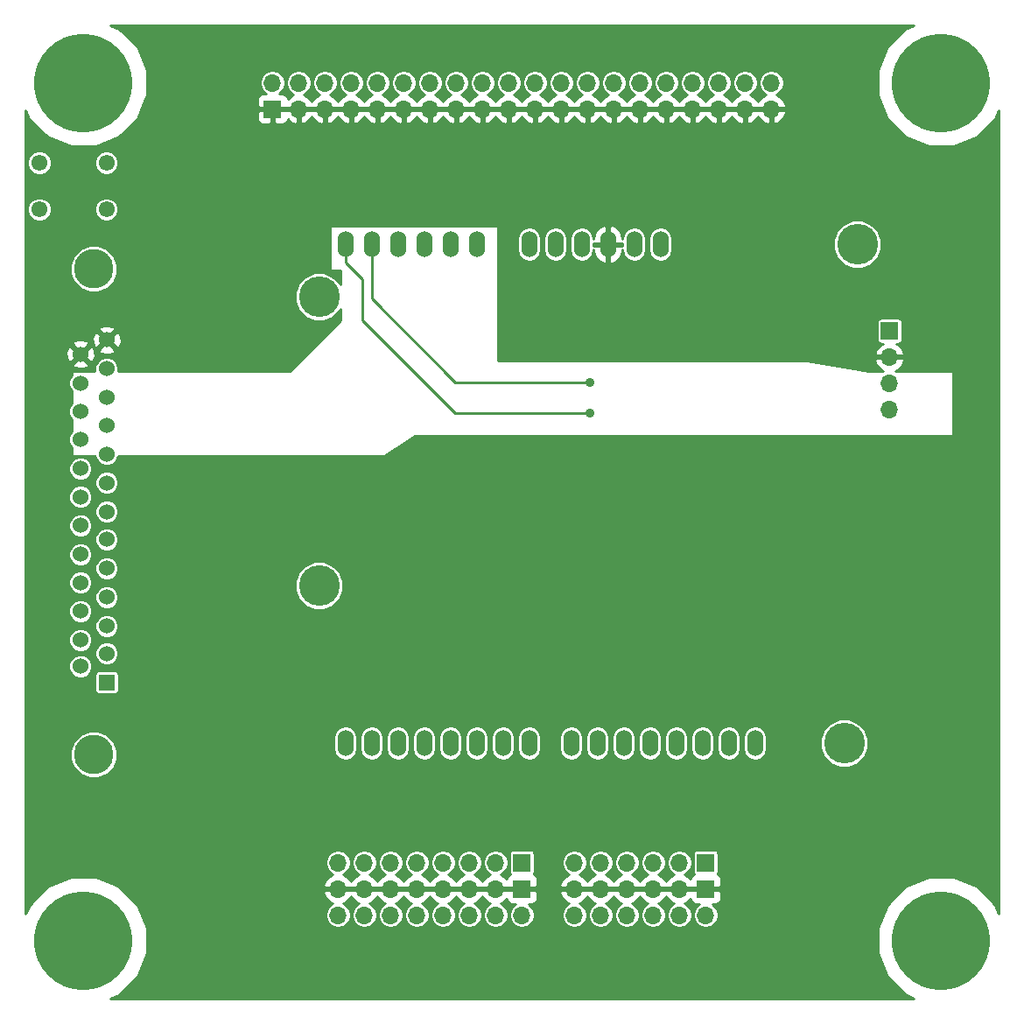
<source format=gbr>
G04 #@! TF.FileFunction,Copper,L1,Top,Signal*
%FSLAX46Y46*%
G04 Gerber Fmt 4.6, Leading zero omitted, Abs format (unit mm)*
G04 Created by KiCad (PCBNEW 4.0.5) date 02/24/17 02:37:37*
%MOMM*%
%LPD*%
G01*
G04 APERTURE LIST*
%ADD10C,0.150000*%
%ADD11O,1.524000X2.540000*%
%ADD12C,3.937000*%
%ADD13C,3.810000*%
%ADD14R,1.524000X1.524000*%
%ADD15C,1.524000*%
%ADD16R,1.700000X1.700000*%
%ADD17O,1.700000X1.700000*%
%ADD18C,9.525000*%
%ADD19C,1.549400*%
%ADD20C,0.889000*%
%ADD21C,0.254000*%
G04 APERTURE END LIST*
D10*
D11*
X41360000Y-31628000D03*
X43900000Y-31628000D03*
X46440000Y-31628000D03*
X54060000Y-31628000D03*
X51520000Y-31628000D03*
X48980000Y-31628000D03*
X59140000Y-31628000D03*
X61680000Y-31628000D03*
X64220000Y-31628000D03*
X69300000Y-31628000D03*
X71840000Y-31628000D03*
X41360000Y-79888000D03*
X43900000Y-79888000D03*
X46440000Y-79888000D03*
X48980000Y-79888000D03*
X51520000Y-79888000D03*
X54060000Y-79888000D03*
X56600000Y-79888000D03*
X59140000Y-79888000D03*
X63204000Y-79888000D03*
X65744000Y-79888000D03*
X68284000Y-79888000D03*
X70824000Y-79888000D03*
X73364000Y-79888000D03*
X75904000Y-79888000D03*
X78444000Y-79888000D03*
X80984000Y-79888000D03*
X66760000Y-31628000D03*
D12*
X38820000Y-36708000D03*
X38820000Y-64648000D03*
X89620000Y-79888000D03*
X90890000Y-31628000D03*
D13*
X17000000Y-34005000D03*
X17000000Y-80995000D03*
D14*
X18270000Y-74010000D03*
D15*
X18270000Y-71216000D03*
X18270000Y-68549000D03*
X18270000Y-65755000D03*
X18270000Y-62961000D03*
X18270000Y-60167000D03*
X18270000Y-57500000D03*
X18270000Y-54706000D03*
X18270000Y-51912000D03*
X18270000Y-49118000D03*
X18270000Y-46451000D03*
X18270000Y-43657000D03*
X18270000Y-40863000D03*
X15730000Y-72435200D03*
X15730000Y-69895200D03*
X15730000Y-67101200D03*
X15730000Y-64358000D03*
X15730000Y-61614800D03*
X15730000Y-58820800D03*
X15730000Y-56077600D03*
X15730000Y-53334400D03*
X15730000Y-50489600D03*
X15730000Y-47797200D03*
X15730000Y-45054000D03*
X15730000Y-42260000D03*
D16*
X94000000Y-40000000D03*
D17*
X94000000Y-42540000D03*
X94000000Y-45080000D03*
X94000000Y-47620000D03*
D18*
X99000000Y-99000000D03*
X16000000Y-99000000D03*
X99000000Y-16000000D03*
X16000000Y-16000000D03*
D19*
X18251200Y-23749560D03*
X18251200Y-28250440D03*
X11748800Y-23749560D03*
X11748800Y-28250440D03*
D16*
X34290000Y-18542000D03*
D17*
X34290000Y-16002000D03*
X36830000Y-18542000D03*
X36830000Y-16002000D03*
X39370000Y-18542000D03*
X39370000Y-16002000D03*
X41910000Y-18542000D03*
X41910000Y-16002000D03*
X44450000Y-18542000D03*
X44450000Y-16002000D03*
X46990000Y-18542000D03*
X46990000Y-16002000D03*
X49530000Y-18542000D03*
X49530000Y-16002000D03*
X52070000Y-18542000D03*
X52070000Y-16002000D03*
X54610000Y-18542000D03*
X54610000Y-16002000D03*
X57150000Y-18542000D03*
X57150000Y-16002000D03*
X59690000Y-18542000D03*
X59690000Y-16002000D03*
X62230000Y-18542000D03*
X62230000Y-16002000D03*
X64770000Y-18542000D03*
X64770000Y-16002000D03*
X67310000Y-18542000D03*
X67310000Y-16002000D03*
X69850000Y-18542000D03*
X69850000Y-16002000D03*
X72390000Y-18542000D03*
X72390000Y-16002000D03*
X74930000Y-18542000D03*
X74930000Y-16002000D03*
X77470000Y-18542000D03*
X77470000Y-16002000D03*
X80010000Y-18542000D03*
X80010000Y-16002000D03*
X82550000Y-18542000D03*
X82550000Y-16002000D03*
D16*
X76200000Y-91440000D03*
D17*
X73660000Y-91440000D03*
X71120000Y-91440000D03*
X68580000Y-91440000D03*
X66040000Y-91440000D03*
X63500000Y-91440000D03*
D16*
X76200000Y-93980000D03*
D17*
X76200000Y-96520000D03*
X73660000Y-93980000D03*
X73660000Y-96520000D03*
X71120000Y-93980000D03*
X71120000Y-96520000D03*
X68580000Y-93980000D03*
X68580000Y-96520000D03*
X66040000Y-93980000D03*
X66040000Y-96520000D03*
X63500000Y-93980000D03*
X63500000Y-96520000D03*
D16*
X58420000Y-91440000D03*
D17*
X55880000Y-91440000D03*
X53340000Y-91440000D03*
X50800000Y-91440000D03*
X48260000Y-91440000D03*
X45720000Y-91440000D03*
X43180000Y-91440000D03*
X40640000Y-91440000D03*
D16*
X58420000Y-93980000D03*
D17*
X58420000Y-96520000D03*
X55880000Y-93980000D03*
X55880000Y-96520000D03*
X53340000Y-93980000D03*
X53340000Y-96520000D03*
X50800000Y-93980000D03*
X50800000Y-96520000D03*
X48260000Y-93980000D03*
X48260000Y-96520000D03*
X45720000Y-93980000D03*
X45720000Y-96520000D03*
X43180000Y-93980000D03*
X43180000Y-96520000D03*
X40640000Y-93980000D03*
X40640000Y-96520000D03*
D20*
X65000000Y-48000000D03*
X65000000Y-45000000D03*
D21*
X41360000Y-31628000D02*
X41360000Y-33360000D01*
X43000000Y-35000000D02*
X43000000Y-39000000D01*
X41360000Y-33360000D02*
X43000000Y-35000000D01*
X43000000Y-39000000D02*
X52000000Y-48000000D01*
X52000000Y-48000000D02*
X65000000Y-48000000D01*
X43900000Y-36900000D02*
X52000000Y-45000000D01*
X52000000Y-45000000D02*
X65000000Y-45000000D01*
X43900000Y-31628000D02*
X43900000Y-36900000D01*
G36*
X95515482Y-10775185D02*
X93781275Y-12506368D01*
X92841571Y-14769425D01*
X92839433Y-17219825D01*
X93775185Y-19484518D01*
X95506368Y-21218725D01*
X97769425Y-22158429D01*
X100219825Y-22160567D01*
X102484518Y-21224815D01*
X104218725Y-19493632D01*
X104569000Y-18650077D01*
X104569000Y-96348473D01*
X104224815Y-95515482D01*
X102493632Y-93781275D01*
X100230575Y-92841571D01*
X97780175Y-92839433D01*
X95515482Y-93775185D01*
X93781275Y-95506368D01*
X92841571Y-97769425D01*
X92839433Y-100219825D01*
X93775185Y-102484518D01*
X95506368Y-104218725D01*
X96349923Y-104569000D01*
X18651527Y-104569000D01*
X19484518Y-104224815D01*
X21218725Y-102493632D01*
X22158429Y-100230575D01*
X22160567Y-97780175D01*
X21224815Y-95515482D01*
X20048281Y-94336892D01*
X39198514Y-94336892D01*
X39444817Y-94861358D01*
X39873076Y-95251645D01*
X40154512Y-95368212D01*
X39769552Y-95625435D01*
X39502704Y-96024800D01*
X39409000Y-96495883D01*
X39409000Y-96544117D01*
X39502704Y-97015200D01*
X39769552Y-97414565D01*
X40168917Y-97681413D01*
X40640000Y-97775117D01*
X41111083Y-97681413D01*
X41510448Y-97414565D01*
X41777296Y-97015200D01*
X41871000Y-96544117D01*
X41871000Y-96495883D01*
X41777296Y-96024800D01*
X41510448Y-95625435D01*
X41125488Y-95368212D01*
X41406924Y-95251645D01*
X41835183Y-94861358D01*
X41910000Y-94702046D01*
X41984817Y-94861358D01*
X42413076Y-95251645D01*
X42694512Y-95368212D01*
X42309552Y-95625435D01*
X42042704Y-96024800D01*
X41949000Y-96495883D01*
X41949000Y-96544117D01*
X42042704Y-97015200D01*
X42309552Y-97414565D01*
X42708917Y-97681413D01*
X43180000Y-97775117D01*
X43651083Y-97681413D01*
X44050448Y-97414565D01*
X44317296Y-97015200D01*
X44411000Y-96544117D01*
X44411000Y-96495883D01*
X44317296Y-96024800D01*
X44050448Y-95625435D01*
X43665488Y-95368212D01*
X43946924Y-95251645D01*
X44375183Y-94861358D01*
X44450000Y-94702046D01*
X44524817Y-94861358D01*
X44953076Y-95251645D01*
X45234512Y-95368212D01*
X44849552Y-95625435D01*
X44582704Y-96024800D01*
X44489000Y-96495883D01*
X44489000Y-96544117D01*
X44582704Y-97015200D01*
X44849552Y-97414565D01*
X45248917Y-97681413D01*
X45720000Y-97775117D01*
X46191083Y-97681413D01*
X46590448Y-97414565D01*
X46857296Y-97015200D01*
X46951000Y-96544117D01*
X46951000Y-96495883D01*
X46857296Y-96024800D01*
X46590448Y-95625435D01*
X46205488Y-95368212D01*
X46486924Y-95251645D01*
X46915183Y-94861358D01*
X46990000Y-94702046D01*
X47064817Y-94861358D01*
X47493076Y-95251645D01*
X47774512Y-95368212D01*
X47389552Y-95625435D01*
X47122704Y-96024800D01*
X47029000Y-96495883D01*
X47029000Y-96544117D01*
X47122704Y-97015200D01*
X47389552Y-97414565D01*
X47788917Y-97681413D01*
X48260000Y-97775117D01*
X48731083Y-97681413D01*
X49130448Y-97414565D01*
X49397296Y-97015200D01*
X49491000Y-96544117D01*
X49491000Y-96495883D01*
X49397296Y-96024800D01*
X49130448Y-95625435D01*
X48745488Y-95368212D01*
X49026924Y-95251645D01*
X49455183Y-94861358D01*
X49530000Y-94702046D01*
X49604817Y-94861358D01*
X50033076Y-95251645D01*
X50314512Y-95368212D01*
X49929552Y-95625435D01*
X49662704Y-96024800D01*
X49569000Y-96495883D01*
X49569000Y-96544117D01*
X49662704Y-97015200D01*
X49929552Y-97414565D01*
X50328917Y-97681413D01*
X50800000Y-97775117D01*
X51271083Y-97681413D01*
X51670448Y-97414565D01*
X51937296Y-97015200D01*
X52031000Y-96544117D01*
X52031000Y-96495883D01*
X51937296Y-96024800D01*
X51670448Y-95625435D01*
X51285488Y-95368212D01*
X51566924Y-95251645D01*
X51995183Y-94861358D01*
X52070000Y-94702046D01*
X52144817Y-94861358D01*
X52573076Y-95251645D01*
X52854512Y-95368212D01*
X52469552Y-95625435D01*
X52202704Y-96024800D01*
X52109000Y-96495883D01*
X52109000Y-96544117D01*
X52202704Y-97015200D01*
X52469552Y-97414565D01*
X52868917Y-97681413D01*
X53340000Y-97775117D01*
X53811083Y-97681413D01*
X54210448Y-97414565D01*
X54477296Y-97015200D01*
X54571000Y-96544117D01*
X54571000Y-96495883D01*
X54477296Y-96024800D01*
X54210448Y-95625435D01*
X53825488Y-95368212D01*
X54106924Y-95251645D01*
X54535183Y-94861358D01*
X54610000Y-94702046D01*
X54684817Y-94861358D01*
X55113076Y-95251645D01*
X55394512Y-95368212D01*
X55009552Y-95625435D01*
X54742704Y-96024800D01*
X54649000Y-96495883D01*
X54649000Y-96544117D01*
X54742704Y-97015200D01*
X55009552Y-97414565D01*
X55408917Y-97681413D01*
X55880000Y-97775117D01*
X56351083Y-97681413D01*
X56750448Y-97414565D01*
X57017296Y-97015200D01*
X57111000Y-96544117D01*
X57111000Y-96495883D01*
X57017296Y-96024800D01*
X56750448Y-95625435D01*
X56365488Y-95368212D01*
X56646924Y-95251645D01*
X56944864Y-94980122D01*
X57031673Y-95189698D01*
X57210301Y-95368327D01*
X57443690Y-95465000D01*
X57789659Y-95465000D01*
X57549552Y-95625435D01*
X57282704Y-96024800D01*
X57189000Y-96495883D01*
X57189000Y-96544117D01*
X57282704Y-97015200D01*
X57549552Y-97414565D01*
X57948917Y-97681413D01*
X58420000Y-97775117D01*
X58891083Y-97681413D01*
X59290448Y-97414565D01*
X59557296Y-97015200D01*
X59651000Y-96544117D01*
X59651000Y-96495883D01*
X59557296Y-96024800D01*
X59290448Y-95625435D01*
X59050341Y-95465000D01*
X59396310Y-95465000D01*
X59629699Y-95368327D01*
X59808327Y-95189698D01*
X59905000Y-94956309D01*
X59905000Y-94336892D01*
X62058514Y-94336892D01*
X62304817Y-94861358D01*
X62733076Y-95251645D01*
X63014512Y-95368212D01*
X62629552Y-95625435D01*
X62362704Y-96024800D01*
X62269000Y-96495883D01*
X62269000Y-96544117D01*
X62362704Y-97015200D01*
X62629552Y-97414565D01*
X63028917Y-97681413D01*
X63500000Y-97775117D01*
X63971083Y-97681413D01*
X64370448Y-97414565D01*
X64637296Y-97015200D01*
X64731000Y-96544117D01*
X64731000Y-96495883D01*
X64637296Y-96024800D01*
X64370448Y-95625435D01*
X63985488Y-95368212D01*
X64266924Y-95251645D01*
X64695183Y-94861358D01*
X64770000Y-94702046D01*
X64844817Y-94861358D01*
X65273076Y-95251645D01*
X65554512Y-95368212D01*
X65169552Y-95625435D01*
X64902704Y-96024800D01*
X64809000Y-96495883D01*
X64809000Y-96544117D01*
X64902704Y-97015200D01*
X65169552Y-97414565D01*
X65568917Y-97681413D01*
X66040000Y-97775117D01*
X66511083Y-97681413D01*
X66910448Y-97414565D01*
X67177296Y-97015200D01*
X67271000Y-96544117D01*
X67271000Y-96495883D01*
X67177296Y-96024800D01*
X66910448Y-95625435D01*
X66525488Y-95368212D01*
X66806924Y-95251645D01*
X67235183Y-94861358D01*
X67310000Y-94702046D01*
X67384817Y-94861358D01*
X67813076Y-95251645D01*
X68094512Y-95368212D01*
X67709552Y-95625435D01*
X67442704Y-96024800D01*
X67349000Y-96495883D01*
X67349000Y-96544117D01*
X67442704Y-97015200D01*
X67709552Y-97414565D01*
X68108917Y-97681413D01*
X68580000Y-97775117D01*
X69051083Y-97681413D01*
X69450448Y-97414565D01*
X69717296Y-97015200D01*
X69811000Y-96544117D01*
X69811000Y-96495883D01*
X69717296Y-96024800D01*
X69450448Y-95625435D01*
X69065488Y-95368212D01*
X69346924Y-95251645D01*
X69775183Y-94861358D01*
X69850000Y-94702046D01*
X69924817Y-94861358D01*
X70353076Y-95251645D01*
X70634512Y-95368212D01*
X70249552Y-95625435D01*
X69982704Y-96024800D01*
X69889000Y-96495883D01*
X69889000Y-96544117D01*
X69982704Y-97015200D01*
X70249552Y-97414565D01*
X70648917Y-97681413D01*
X71120000Y-97775117D01*
X71591083Y-97681413D01*
X71990448Y-97414565D01*
X72257296Y-97015200D01*
X72351000Y-96544117D01*
X72351000Y-96495883D01*
X72257296Y-96024800D01*
X71990448Y-95625435D01*
X71605488Y-95368212D01*
X71886924Y-95251645D01*
X72315183Y-94861358D01*
X72390000Y-94702046D01*
X72464817Y-94861358D01*
X72893076Y-95251645D01*
X73174512Y-95368212D01*
X72789552Y-95625435D01*
X72522704Y-96024800D01*
X72429000Y-96495883D01*
X72429000Y-96544117D01*
X72522704Y-97015200D01*
X72789552Y-97414565D01*
X73188917Y-97681413D01*
X73660000Y-97775117D01*
X74131083Y-97681413D01*
X74530448Y-97414565D01*
X74797296Y-97015200D01*
X74891000Y-96544117D01*
X74891000Y-96495883D01*
X74797296Y-96024800D01*
X74530448Y-95625435D01*
X74145488Y-95368212D01*
X74426924Y-95251645D01*
X74724864Y-94980122D01*
X74811673Y-95189698D01*
X74990301Y-95368327D01*
X75223690Y-95465000D01*
X75569659Y-95465000D01*
X75329552Y-95625435D01*
X75062704Y-96024800D01*
X74969000Y-96495883D01*
X74969000Y-96544117D01*
X75062704Y-97015200D01*
X75329552Y-97414565D01*
X75728917Y-97681413D01*
X76200000Y-97775117D01*
X76671083Y-97681413D01*
X77070448Y-97414565D01*
X77337296Y-97015200D01*
X77431000Y-96544117D01*
X77431000Y-96495883D01*
X77337296Y-96024800D01*
X77070448Y-95625435D01*
X76830341Y-95465000D01*
X77176310Y-95465000D01*
X77409699Y-95368327D01*
X77588327Y-95189698D01*
X77685000Y-94956309D01*
X77685000Y-94265750D01*
X77526250Y-94107000D01*
X76327000Y-94107000D01*
X76327000Y-94127000D01*
X76073000Y-94127000D01*
X76073000Y-94107000D01*
X73787000Y-94107000D01*
X73787000Y-94127000D01*
X73533000Y-94127000D01*
X73533000Y-94107000D01*
X71247000Y-94107000D01*
X71247000Y-94127000D01*
X70993000Y-94127000D01*
X70993000Y-94107000D01*
X68707000Y-94107000D01*
X68707000Y-94127000D01*
X68453000Y-94127000D01*
X68453000Y-94107000D01*
X66167000Y-94107000D01*
X66167000Y-94127000D01*
X65913000Y-94127000D01*
X65913000Y-94107000D01*
X63627000Y-94107000D01*
X63627000Y-94127000D01*
X63373000Y-94127000D01*
X63373000Y-94107000D01*
X62179181Y-94107000D01*
X62058514Y-94336892D01*
X59905000Y-94336892D01*
X59905000Y-94265750D01*
X59746250Y-94107000D01*
X58547000Y-94107000D01*
X58547000Y-94127000D01*
X58293000Y-94127000D01*
X58293000Y-94107000D01*
X56007000Y-94107000D01*
X56007000Y-94127000D01*
X55753000Y-94127000D01*
X55753000Y-94107000D01*
X53467000Y-94107000D01*
X53467000Y-94127000D01*
X53213000Y-94127000D01*
X53213000Y-94107000D01*
X50927000Y-94107000D01*
X50927000Y-94127000D01*
X50673000Y-94127000D01*
X50673000Y-94107000D01*
X48387000Y-94107000D01*
X48387000Y-94127000D01*
X48133000Y-94127000D01*
X48133000Y-94107000D01*
X45847000Y-94107000D01*
X45847000Y-94127000D01*
X45593000Y-94127000D01*
X45593000Y-94107000D01*
X43307000Y-94107000D01*
X43307000Y-94127000D01*
X43053000Y-94127000D01*
X43053000Y-94107000D01*
X40767000Y-94107000D01*
X40767000Y-94127000D01*
X40513000Y-94127000D01*
X40513000Y-94107000D01*
X39319181Y-94107000D01*
X39198514Y-94336892D01*
X20048281Y-94336892D01*
X19493632Y-93781275D01*
X19112724Y-93623108D01*
X39198514Y-93623108D01*
X39319181Y-93853000D01*
X40513000Y-93853000D01*
X40513000Y-93833000D01*
X40767000Y-93833000D01*
X40767000Y-93853000D01*
X43053000Y-93853000D01*
X43053000Y-93833000D01*
X43307000Y-93833000D01*
X43307000Y-93853000D01*
X45593000Y-93853000D01*
X45593000Y-93833000D01*
X45847000Y-93833000D01*
X45847000Y-93853000D01*
X48133000Y-93853000D01*
X48133000Y-93833000D01*
X48387000Y-93833000D01*
X48387000Y-93853000D01*
X50673000Y-93853000D01*
X50673000Y-93833000D01*
X50927000Y-93833000D01*
X50927000Y-93853000D01*
X53213000Y-93853000D01*
X53213000Y-93833000D01*
X53467000Y-93833000D01*
X53467000Y-93853000D01*
X55753000Y-93853000D01*
X55753000Y-93833000D01*
X56007000Y-93833000D01*
X56007000Y-93853000D01*
X58293000Y-93853000D01*
X58293000Y-93833000D01*
X58547000Y-93833000D01*
X58547000Y-93853000D01*
X59746250Y-93853000D01*
X59905000Y-93694250D01*
X59905000Y-93623108D01*
X62058514Y-93623108D01*
X62179181Y-93853000D01*
X63373000Y-93853000D01*
X63373000Y-93833000D01*
X63627000Y-93833000D01*
X63627000Y-93853000D01*
X65913000Y-93853000D01*
X65913000Y-93833000D01*
X66167000Y-93833000D01*
X66167000Y-93853000D01*
X68453000Y-93853000D01*
X68453000Y-93833000D01*
X68707000Y-93833000D01*
X68707000Y-93853000D01*
X70993000Y-93853000D01*
X70993000Y-93833000D01*
X71247000Y-93833000D01*
X71247000Y-93853000D01*
X73533000Y-93853000D01*
X73533000Y-93833000D01*
X73787000Y-93833000D01*
X73787000Y-93853000D01*
X76073000Y-93853000D01*
X76073000Y-93833000D01*
X76327000Y-93833000D01*
X76327000Y-93853000D01*
X77526250Y-93853000D01*
X77685000Y-93694250D01*
X77685000Y-93003691D01*
X77588327Y-92770302D01*
X77409699Y-92591673D01*
X77328096Y-92557872D01*
X77407859Y-92441134D01*
X77438464Y-92290000D01*
X77438464Y-90590000D01*
X77411897Y-90448810D01*
X77328454Y-90319135D01*
X77201134Y-90232141D01*
X77050000Y-90201536D01*
X75350000Y-90201536D01*
X75208810Y-90228103D01*
X75079135Y-90311546D01*
X74992141Y-90438866D01*
X74961536Y-90590000D01*
X74961536Y-92290000D01*
X74988103Y-92431190D01*
X75070101Y-92558619D01*
X74990301Y-92591673D01*
X74811673Y-92770302D01*
X74724864Y-92979878D01*
X74426924Y-92708355D01*
X74145488Y-92591788D01*
X74530448Y-92334565D01*
X74797296Y-91935200D01*
X74891000Y-91464117D01*
X74891000Y-91415883D01*
X74797296Y-90944800D01*
X74530448Y-90545435D01*
X74131083Y-90278587D01*
X73660000Y-90184883D01*
X73188917Y-90278587D01*
X72789552Y-90545435D01*
X72522704Y-90944800D01*
X72429000Y-91415883D01*
X72429000Y-91464117D01*
X72522704Y-91935200D01*
X72789552Y-92334565D01*
X73174512Y-92591788D01*
X72893076Y-92708355D01*
X72464817Y-93098642D01*
X72390000Y-93257954D01*
X72315183Y-93098642D01*
X71886924Y-92708355D01*
X71605488Y-92591788D01*
X71990448Y-92334565D01*
X72257296Y-91935200D01*
X72351000Y-91464117D01*
X72351000Y-91415883D01*
X72257296Y-90944800D01*
X71990448Y-90545435D01*
X71591083Y-90278587D01*
X71120000Y-90184883D01*
X70648917Y-90278587D01*
X70249552Y-90545435D01*
X69982704Y-90944800D01*
X69889000Y-91415883D01*
X69889000Y-91464117D01*
X69982704Y-91935200D01*
X70249552Y-92334565D01*
X70634512Y-92591788D01*
X70353076Y-92708355D01*
X69924817Y-93098642D01*
X69850000Y-93257954D01*
X69775183Y-93098642D01*
X69346924Y-92708355D01*
X69065488Y-92591788D01*
X69450448Y-92334565D01*
X69717296Y-91935200D01*
X69811000Y-91464117D01*
X69811000Y-91415883D01*
X69717296Y-90944800D01*
X69450448Y-90545435D01*
X69051083Y-90278587D01*
X68580000Y-90184883D01*
X68108917Y-90278587D01*
X67709552Y-90545435D01*
X67442704Y-90944800D01*
X67349000Y-91415883D01*
X67349000Y-91464117D01*
X67442704Y-91935200D01*
X67709552Y-92334565D01*
X68094512Y-92591788D01*
X67813076Y-92708355D01*
X67384817Y-93098642D01*
X67310000Y-93257954D01*
X67235183Y-93098642D01*
X66806924Y-92708355D01*
X66525488Y-92591788D01*
X66910448Y-92334565D01*
X67177296Y-91935200D01*
X67271000Y-91464117D01*
X67271000Y-91415883D01*
X67177296Y-90944800D01*
X66910448Y-90545435D01*
X66511083Y-90278587D01*
X66040000Y-90184883D01*
X65568917Y-90278587D01*
X65169552Y-90545435D01*
X64902704Y-90944800D01*
X64809000Y-91415883D01*
X64809000Y-91464117D01*
X64902704Y-91935200D01*
X65169552Y-92334565D01*
X65554512Y-92591788D01*
X65273076Y-92708355D01*
X64844817Y-93098642D01*
X64770000Y-93257954D01*
X64695183Y-93098642D01*
X64266924Y-92708355D01*
X63985488Y-92591788D01*
X64370448Y-92334565D01*
X64637296Y-91935200D01*
X64731000Y-91464117D01*
X64731000Y-91415883D01*
X64637296Y-90944800D01*
X64370448Y-90545435D01*
X63971083Y-90278587D01*
X63500000Y-90184883D01*
X63028917Y-90278587D01*
X62629552Y-90545435D01*
X62362704Y-90944800D01*
X62269000Y-91415883D01*
X62269000Y-91464117D01*
X62362704Y-91935200D01*
X62629552Y-92334565D01*
X63014512Y-92591788D01*
X62733076Y-92708355D01*
X62304817Y-93098642D01*
X62058514Y-93623108D01*
X59905000Y-93623108D01*
X59905000Y-93003691D01*
X59808327Y-92770302D01*
X59629699Y-92591673D01*
X59548096Y-92557872D01*
X59627859Y-92441134D01*
X59658464Y-92290000D01*
X59658464Y-90590000D01*
X59631897Y-90448810D01*
X59548454Y-90319135D01*
X59421134Y-90232141D01*
X59270000Y-90201536D01*
X57570000Y-90201536D01*
X57428810Y-90228103D01*
X57299135Y-90311546D01*
X57212141Y-90438866D01*
X57181536Y-90590000D01*
X57181536Y-92290000D01*
X57208103Y-92431190D01*
X57290101Y-92558619D01*
X57210301Y-92591673D01*
X57031673Y-92770302D01*
X56944864Y-92979878D01*
X56646924Y-92708355D01*
X56365488Y-92591788D01*
X56750448Y-92334565D01*
X57017296Y-91935200D01*
X57111000Y-91464117D01*
X57111000Y-91415883D01*
X57017296Y-90944800D01*
X56750448Y-90545435D01*
X56351083Y-90278587D01*
X55880000Y-90184883D01*
X55408917Y-90278587D01*
X55009552Y-90545435D01*
X54742704Y-90944800D01*
X54649000Y-91415883D01*
X54649000Y-91464117D01*
X54742704Y-91935200D01*
X55009552Y-92334565D01*
X55394512Y-92591788D01*
X55113076Y-92708355D01*
X54684817Y-93098642D01*
X54610000Y-93257954D01*
X54535183Y-93098642D01*
X54106924Y-92708355D01*
X53825488Y-92591788D01*
X54210448Y-92334565D01*
X54477296Y-91935200D01*
X54571000Y-91464117D01*
X54571000Y-91415883D01*
X54477296Y-90944800D01*
X54210448Y-90545435D01*
X53811083Y-90278587D01*
X53340000Y-90184883D01*
X52868917Y-90278587D01*
X52469552Y-90545435D01*
X52202704Y-90944800D01*
X52109000Y-91415883D01*
X52109000Y-91464117D01*
X52202704Y-91935200D01*
X52469552Y-92334565D01*
X52854512Y-92591788D01*
X52573076Y-92708355D01*
X52144817Y-93098642D01*
X52070000Y-93257954D01*
X51995183Y-93098642D01*
X51566924Y-92708355D01*
X51285488Y-92591788D01*
X51670448Y-92334565D01*
X51937296Y-91935200D01*
X52031000Y-91464117D01*
X52031000Y-91415883D01*
X51937296Y-90944800D01*
X51670448Y-90545435D01*
X51271083Y-90278587D01*
X50800000Y-90184883D01*
X50328917Y-90278587D01*
X49929552Y-90545435D01*
X49662704Y-90944800D01*
X49569000Y-91415883D01*
X49569000Y-91464117D01*
X49662704Y-91935200D01*
X49929552Y-92334565D01*
X50314512Y-92591788D01*
X50033076Y-92708355D01*
X49604817Y-93098642D01*
X49530000Y-93257954D01*
X49455183Y-93098642D01*
X49026924Y-92708355D01*
X48745488Y-92591788D01*
X49130448Y-92334565D01*
X49397296Y-91935200D01*
X49491000Y-91464117D01*
X49491000Y-91415883D01*
X49397296Y-90944800D01*
X49130448Y-90545435D01*
X48731083Y-90278587D01*
X48260000Y-90184883D01*
X47788917Y-90278587D01*
X47389552Y-90545435D01*
X47122704Y-90944800D01*
X47029000Y-91415883D01*
X47029000Y-91464117D01*
X47122704Y-91935200D01*
X47389552Y-92334565D01*
X47774512Y-92591788D01*
X47493076Y-92708355D01*
X47064817Y-93098642D01*
X46990000Y-93257954D01*
X46915183Y-93098642D01*
X46486924Y-92708355D01*
X46205488Y-92591788D01*
X46590448Y-92334565D01*
X46857296Y-91935200D01*
X46951000Y-91464117D01*
X46951000Y-91415883D01*
X46857296Y-90944800D01*
X46590448Y-90545435D01*
X46191083Y-90278587D01*
X45720000Y-90184883D01*
X45248917Y-90278587D01*
X44849552Y-90545435D01*
X44582704Y-90944800D01*
X44489000Y-91415883D01*
X44489000Y-91464117D01*
X44582704Y-91935200D01*
X44849552Y-92334565D01*
X45234512Y-92591788D01*
X44953076Y-92708355D01*
X44524817Y-93098642D01*
X44450000Y-93257954D01*
X44375183Y-93098642D01*
X43946924Y-92708355D01*
X43665488Y-92591788D01*
X44050448Y-92334565D01*
X44317296Y-91935200D01*
X44411000Y-91464117D01*
X44411000Y-91415883D01*
X44317296Y-90944800D01*
X44050448Y-90545435D01*
X43651083Y-90278587D01*
X43180000Y-90184883D01*
X42708917Y-90278587D01*
X42309552Y-90545435D01*
X42042704Y-90944800D01*
X41949000Y-91415883D01*
X41949000Y-91464117D01*
X42042704Y-91935200D01*
X42309552Y-92334565D01*
X42694512Y-92591788D01*
X42413076Y-92708355D01*
X41984817Y-93098642D01*
X41910000Y-93257954D01*
X41835183Y-93098642D01*
X41406924Y-92708355D01*
X41125488Y-92591788D01*
X41510448Y-92334565D01*
X41777296Y-91935200D01*
X41871000Y-91464117D01*
X41871000Y-91415883D01*
X41777296Y-90944800D01*
X41510448Y-90545435D01*
X41111083Y-90278587D01*
X40640000Y-90184883D01*
X40168917Y-90278587D01*
X39769552Y-90545435D01*
X39502704Y-90944800D01*
X39409000Y-91415883D01*
X39409000Y-91464117D01*
X39502704Y-91935200D01*
X39769552Y-92334565D01*
X40154512Y-92591788D01*
X39873076Y-92708355D01*
X39444817Y-93098642D01*
X39198514Y-93623108D01*
X19112724Y-93623108D01*
X17230575Y-92841571D01*
X14780175Y-92839433D01*
X12515482Y-93775185D01*
X10781275Y-95506368D01*
X10431000Y-96349923D01*
X10431000Y-81447719D01*
X14713604Y-81447719D01*
X15060894Y-82288223D01*
X15703395Y-82931846D01*
X16543292Y-83280602D01*
X17452719Y-83281396D01*
X18293223Y-82934106D01*
X18936846Y-82291605D01*
X19285602Y-81451708D01*
X19286396Y-80542281D01*
X18939106Y-79701777D01*
X18585602Y-79347655D01*
X40217000Y-79347655D01*
X40217000Y-80428345D01*
X40304006Y-80865752D01*
X40551777Y-81236568D01*
X40922593Y-81484339D01*
X41360000Y-81571345D01*
X41797407Y-81484339D01*
X42168223Y-81236568D01*
X42415994Y-80865752D01*
X42503000Y-80428345D01*
X42503000Y-79347655D01*
X42757000Y-79347655D01*
X42757000Y-80428345D01*
X42844006Y-80865752D01*
X43091777Y-81236568D01*
X43462593Y-81484339D01*
X43900000Y-81571345D01*
X44337407Y-81484339D01*
X44708223Y-81236568D01*
X44955994Y-80865752D01*
X45043000Y-80428345D01*
X45043000Y-79347655D01*
X45297000Y-79347655D01*
X45297000Y-80428345D01*
X45384006Y-80865752D01*
X45631777Y-81236568D01*
X46002593Y-81484339D01*
X46440000Y-81571345D01*
X46877407Y-81484339D01*
X47248223Y-81236568D01*
X47495994Y-80865752D01*
X47583000Y-80428345D01*
X47583000Y-79347655D01*
X47837000Y-79347655D01*
X47837000Y-80428345D01*
X47924006Y-80865752D01*
X48171777Y-81236568D01*
X48542593Y-81484339D01*
X48980000Y-81571345D01*
X49417407Y-81484339D01*
X49788223Y-81236568D01*
X50035994Y-80865752D01*
X50123000Y-80428345D01*
X50123000Y-79347655D01*
X50377000Y-79347655D01*
X50377000Y-80428345D01*
X50464006Y-80865752D01*
X50711777Y-81236568D01*
X51082593Y-81484339D01*
X51520000Y-81571345D01*
X51957407Y-81484339D01*
X52328223Y-81236568D01*
X52575994Y-80865752D01*
X52663000Y-80428345D01*
X52663000Y-79347655D01*
X52917000Y-79347655D01*
X52917000Y-80428345D01*
X53004006Y-80865752D01*
X53251777Y-81236568D01*
X53622593Y-81484339D01*
X54060000Y-81571345D01*
X54497407Y-81484339D01*
X54868223Y-81236568D01*
X55115994Y-80865752D01*
X55203000Y-80428345D01*
X55203000Y-79347655D01*
X55457000Y-79347655D01*
X55457000Y-80428345D01*
X55544006Y-80865752D01*
X55791777Y-81236568D01*
X56162593Y-81484339D01*
X56600000Y-81571345D01*
X57037407Y-81484339D01*
X57408223Y-81236568D01*
X57655994Y-80865752D01*
X57743000Y-80428345D01*
X57743000Y-79347655D01*
X57997000Y-79347655D01*
X57997000Y-80428345D01*
X58084006Y-80865752D01*
X58331777Y-81236568D01*
X58702593Y-81484339D01*
X59140000Y-81571345D01*
X59577407Y-81484339D01*
X59948223Y-81236568D01*
X60195994Y-80865752D01*
X60283000Y-80428345D01*
X60283000Y-79347655D01*
X62061000Y-79347655D01*
X62061000Y-80428345D01*
X62148006Y-80865752D01*
X62395777Y-81236568D01*
X62766593Y-81484339D01*
X63204000Y-81571345D01*
X63641407Y-81484339D01*
X64012223Y-81236568D01*
X64259994Y-80865752D01*
X64347000Y-80428345D01*
X64347000Y-79347655D01*
X64601000Y-79347655D01*
X64601000Y-80428345D01*
X64688006Y-80865752D01*
X64935777Y-81236568D01*
X65306593Y-81484339D01*
X65744000Y-81571345D01*
X66181407Y-81484339D01*
X66552223Y-81236568D01*
X66799994Y-80865752D01*
X66887000Y-80428345D01*
X66887000Y-79347655D01*
X67141000Y-79347655D01*
X67141000Y-80428345D01*
X67228006Y-80865752D01*
X67475777Y-81236568D01*
X67846593Y-81484339D01*
X68284000Y-81571345D01*
X68721407Y-81484339D01*
X69092223Y-81236568D01*
X69339994Y-80865752D01*
X69427000Y-80428345D01*
X69427000Y-79347655D01*
X69681000Y-79347655D01*
X69681000Y-80428345D01*
X69768006Y-80865752D01*
X70015777Y-81236568D01*
X70386593Y-81484339D01*
X70824000Y-81571345D01*
X71261407Y-81484339D01*
X71632223Y-81236568D01*
X71879994Y-80865752D01*
X71967000Y-80428345D01*
X71967000Y-79347655D01*
X72221000Y-79347655D01*
X72221000Y-80428345D01*
X72308006Y-80865752D01*
X72555777Y-81236568D01*
X72926593Y-81484339D01*
X73364000Y-81571345D01*
X73801407Y-81484339D01*
X74172223Y-81236568D01*
X74419994Y-80865752D01*
X74507000Y-80428345D01*
X74507000Y-79347655D01*
X74761000Y-79347655D01*
X74761000Y-80428345D01*
X74848006Y-80865752D01*
X75095777Y-81236568D01*
X75466593Y-81484339D01*
X75904000Y-81571345D01*
X76341407Y-81484339D01*
X76712223Y-81236568D01*
X76959994Y-80865752D01*
X77047000Y-80428345D01*
X77047000Y-79347655D01*
X77301000Y-79347655D01*
X77301000Y-80428345D01*
X77388006Y-80865752D01*
X77635777Y-81236568D01*
X78006593Y-81484339D01*
X78444000Y-81571345D01*
X78881407Y-81484339D01*
X79252223Y-81236568D01*
X79499994Y-80865752D01*
X79587000Y-80428345D01*
X79587000Y-79347655D01*
X79841000Y-79347655D01*
X79841000Y-80428345D01*
X79928006Y-80865752D01*
X80175777Y-81236568D01*
X80546593Y-81484339D01*
X80984000Y-81571345D01*
X81421407Y-81484339D01*
X81792223Y-81236568D01*
X82039994Y-80865752D01*
X82127000Y-80428345D01*
X82127000Y-80353294D01*
X87270093Y-80353294D01*
X87627030Y-81217146D01*
X88287378Y-81878647D01*
X89150605Y-82237091D01*
X90085294Y-82237907D01*
X90949146Y-81880970D01*
X91610647Y-81220622D01*
X91969091Y-80357395D01*
X91969907Y-79422706D01*
X91612970Y-78558854D01*
X90952622Y-77897353D01*
X90089395Y-77538909D01*
X89154706Y-77538093D01*
X88290854Y-77895030D01*
X87629353Y-78555378D01*
X87270909Y-79418605D01*
X87270093Y-80353294D01*
X82127000Y-80353294D01*
X82127000Y-79347655D01*
X82039994Y-78910248D01*
X81792223Y-78539432D01*
X81421407Y-78291661D01*
X80984000Y-78204655D01*
X80546593Y-78291661D01*
X80175777Y-78539432D01*
X79928006Y-78910248D01*
X79841000Y-79347655D01*
X79587000Y-79347655D01*
X79499994Y-78910248D01*
X79252223Y-78539432D01*
X78881407Y-78291661D01*
X78444000Y-78204655D01*
X78006593Y-78291661D01*
X77635777Y-78539432D01*
X77388006Y-78910248D01*
X77301000Y-79347655D01*
X77047000Y-79347655D01*
X76959994Y-78910248D01*
X76712223Y-78539432D01*
X76341407Y-78291661D01*
X75904000Y-78204655D01*
X75466593Y-78291661D01*
X75095777Y-78539432D01*
X74848006Y-78910248D01*
X74761000Y-79347655D01*
X74507000Y-79347655D01*
X74419994Y-78910248D01*
X74172223Y-78539432D01*
X73801407Y-78291661D01*
X73364000Y-78204655D01*
X72926593Y-78291661D01*
X72555777Y-78539432D01*
X72308006Y-78910248D01*
X72221000Y-79347655D01*
X71967000Y-79347655D01*
X71879994Y-78910248D01*
X71632223Y-78539432D01*
X71261407Y-78291661D01*
X70824000Y-78204655D01*
X70386593Y-78291661D01*
X70015777Y-78539432D01*
X69768006Y-78910248D01*
X69681000Y-79347655D01*
X69427000Y-79347655D01*
X69339994Y-78910248D01*
X69092223Y-78539432D01*
X68721407Y-78291661D01*
X68284000Y-78204655D01*
X67846593Y-78291661D01*
X67475777Y-78539432D01*
X67228006Y-78910248D01*
X67141000Y-79347655D01*
X66887000Y-79347655D01*
X66799994Y-78910248D01*
X66552223Y-78539432D01*
X66181407Y-78291661D01*
X65744000Y-78204655D01*
X65306593Y-78291661D01*
X64935777Y-78539432D01*
X64688006Y-78910248D01*
X64601000Y-79347655D01*
X64347000Y-79347655D01*
X64259994Y-78910248D01*
X64012223Y-78539432D01*
X63641407Y-78291661D01*
X63204000Y-78204655D01*
X62766593Y-78291661D01*
X62395777Y-78539432D01*
X62148006Y-78910248D01*
X62061000Y-79347655D01*
X60283000Y-79347655D01*
X60195994Y-78910248D01*
X59948223Y-78539432D01*
X59577407Y-78291661D01*
X59140000Y-78204655D01*
X58702593Y-78291661D01*
X58331777Y-78539432D01*
X58084006Y-78910248D01*
X57997000Y-79347655D01*
X57743000Y-79347655D01*
X57655994Y-78910248D01*
X57408223Y-78539432D01*
X57037407Y-78291661D01*
X56600000Y-78204655D01*
X56162593Y-78291661D01*
X55791777Y-78539432D01*
X55544006Y-78910248D01*
X55457000Y-79347655D01*
X55203000Y-79347655D01*
X55115994Y-78910248D01*
X54868223Y-78539432D01*
X54497407Y-78291661D01*
X54060000Y-78204655D01*
X53622593Y-78291661D01*
X53251777Y-78539432D01*
X53004006Y-78910248D01*
X52917000Y-79347655D01*
X52663000Y-79347655D01*
X52575994Y-78910248D01*
X52328223Y-78539432D01*
X51957407Y-78291661D01*
X51520000Y-78204655D01*
X51082593Y-78291661D01*
X50711777Y-78539432D01*
X50464006Y-78910248D01*
X50377000Y-79347655D01*
X50123000Y-79347655D01*
X50035994Y-78910248D01*
X49788223Y-78539432D01*
X49417407Y-78291661D01*
X48980000Y-78204655D01*
X48542593Y-78291661D01*
X48171777Y-78539432D01*
X47924006Y-78910248D01*
X47837000Y-79347655D01*
X47583000Y-79347655D01*
X47495994Y-78910248D01*
X47248223Y-78539432D01*
X46877407Y-78291661D01*
X46440000Y-78204655D01*
X46002593Y-78291661D01*
X45631777Y-78539432D01*
X45384006Y-78910248D01*
X45297000Y-79347655D01*
X45043000Y-79347655D01*
X44955994Y-78910248D01*
X44708223Y-78539432D01*
X44337407Y-78291661D01*
X43900000Y-78204655D01*
X43462593Y-78291661D01*
X43091777Y-78539432D01*
X42844006Y-78910248D01*
X42757000Y-79347655D01*
X42503000Y-79347655D01*
X42415994Y-78910248D01*
X42168223Y-78539432D01*
X41797407Y-78291661D01*
X41360000Y-78204655D01*
X40922593Y-78291661D01*
X40551777Y-78539432D01*
X40304006Y-78910248D01*
X40217000Y-79347655D01*
X18585602Y-79347655D01*
X18296605Y-79058154D01*
X17456708Y-78709398D01*
X16547281Y-78708604D01*
X15706777Y-79055894D01*
X15063154Y-79698395D01*
X14714398Y-80538292D01*
X14713604Y-81447719D01*
X10431000Y-81447719D01*
X10431000Y-72661559D01*
X14586802Y-72661559D01*
X14760446Y-73081812D01*
X15081697Y-73403623D01*
X15501646Y-73578001D01*
X15956359Y-73578398D01*
X16376612Y-73404754D01*
X16533639Y-73248000D01*
X17119536Y-73248000D01*
X17119536Y-74772000D01*
X17146103Y-74913190D01*
X17229546Y-75042865D01*
X17356866Y-75129859D01*
X17508000Y-75160464D01*
X19032000Y-75160464D01*
X19173190Y-75133897D01*
X19302865Y-75050454D01*
X19389859Y-74923134D01*
X19420464Y-74772000D01*
X19420464Y-73248000D01*
X19393897Y-73106810D01*
X19310454Y-72977135D01*
X19183134Y-72890141D01*
X19032000Y-72859536D01*
X17508000Y-72859536D01*
X17366810Y-72886103D01*
X17237135Y-72969546D01*
X17150141Y-73096866D01*
X17119536Y-73248000D01*
X16533639Y-73248000D01*
X16698423Y-73083503D01*
X16872801Y-72663554D01*
X16873198Y-72208841D01*
X16699554Y-71788588D01*
X16378303Y-71466777D01*
X16319498Y-71442359D01*
X17126802Y-71442359D01*
X17300446Y-71862612D01*
X17621697Y-72184423D01*
X18041646Y-72358801D01*
X18496359Y-72359198D01*
X18916612Y-72185554D01*
X19238423Y-71864303D01*
X19412801Y-71444354D01*
X19413198Y-70989641D01*
X19239554Y-70569388D01*
X18918303Y-70247577D01*
X18498354Y-70073199D01*
X18043641Y-70072802D01*
X17623388Y-70246446D01*
X17301577Y-70567697D01*
X17127199Y-70987646D01*
X17126802Y-71442359D01*
X16319498Y-71442359D01*
X15958354Y-71292399D01*
X15503641Y-71292002D01*
X15083388Y-71465646D01*
X14761577Y-71786897D01*
X14587199Y-72206846D01*
X14586802Y-72661559D01*
X10431000Y-72661559D01*
X10431000Y-70121559D01*
X14586802Y-70121559D01*
X14760446Y-70541812D01*
X15081697Y-70863623D01*
X15501646Y-71038001D01*
X15956359Y-71038398D01*
X16376612Y-70864754D01*
X16698423Y-70543503D01*
X16872801Y-70123554D01*
X16873198Y-69668841D01*
X16699554Y-69248588D01*
X16378303Y-68926777D01*
X16013648Y-68775359D01*
X17126802Y-68775359D01*
X17300446Y-69195612D01*
X17621697Y-69517423D01*
X18041646Y-69691801D01*
X18496359Y-69692198D01*
X18916612Y-69518554D01*
X19238423Y-69197303D01*
X19412801Y-68777354D01*
X19413198Y-68322641D01*
X19239554Y-67902388D01*
X18918303Y-67580577D01*
X18498354Y-67406199D01*
X18043641Y-67405802D01*
X17623388Y-67579446D01*
X17301577Y-67900697D01*
X17127199Y-68320646D01*
X17126802Y-68775359D01*
X16013648Y-68775359D01*
X15958354Y-68752399D01*
X15503641Y-68752002D01*
X15083388Y-68925646D01*
X14761577Y-69246897D01*
X14587199Y-69666846D01*
X14586802Y-70121559D01*
X10431000Y-70121559D01*
X10431000Y-67327559D01*
X14586802Y-67327559D01*
X14760446Y-67747812D01*
X15081697Y-68069623D01*
X15501646Y-68244001D01*
X15956359Y-68244398D01*
X16376612Y-68070754D01*
X16698423Y-67749503D01*
X16872801Y-67329554D01*
X16873198Y-66874841D01*
X16699554Y-66454588D01*
X16378303Y-66132777D01*
X16013648Y-65981359D01*
X17126802Y-65981359D01*
X17300446Y-66401612D01*
X17621697Y-66723423D01*
X18041646Y-66897801D01*
X18496359Y-66898198D01*
X18916612Y-66724554D01*
X19238423Y-66403303D01*
X19412801Y-65983354D01*
X19413198Y-65528641D01*
X19241582Y-65113294D01*
X36470093Y-65113294D01*
X36827030Y-65977146D01*
X37487378Y-66638647D01*
X38350605Y-66997091D01*
X39285294Y-66997907D01*
X40149146Y-66640970D01*
X40810647Y-65980622D01*
X41169091Y-65117395D01*
X41169907Y-64182706D01*
X40812970Y-63318854D01*
X40152622Y-62657353D01*
X39289395Y-62298909D01*
X38354706Y-62298093D01*
X37490854Y-62655030D01*
X36829353Y-63315378D01*
X36470909Y-64178605D01*
X36470093Y-65113294D01*
X19241582Y-65113294D01*
X19239554Y-65108388D01*
X18918303Y-64786577D01*
X18498354Y-64612199D01*
X18043641Y-64611802D01*
X17623388Y-64785446D01*
X17301577Y-65106697D01*
X17127199Y-65526646D01*
X17126802Y-65981359D01*
X16013648Y-65981359D01*
X15958354Y-65958399D01*
X15503641Y-65958002D01*
X15083388Y-66131646D01*
X14761577Y-66452897D01*
X14587199Y-66872846D01*
X14586802Y-67327559D01*
X10431000Y-67327559D01*
X10431000Y-64584359D01*
X14586802Y-64584359D01*
X14760446Y-65004612D01*
X15081697Y-65326423D01*
X15501646Y-65500801D01*
X15956359Y-65501198D01*
X16376612Y-65327554D01*
X16698423Y-65006303D01*
X16872801Y-64586354D01*
X16873198Y-64131641D01*
X16699554Y-63711388D01*
X16378303Y-63389577D01*
X15958354Y-63215199D01*
X15503641Y-63214802D01*
X15083388Y-63388446D01*
X14761577Y-63709697D01*
X14587199Y-64129646D01*
X14586802Y-64584359D01*
X10431000Y-64584359D01*
X10431000Y-63187359D01*
X17126802Y-63187359D01*
X17300446Y-63607612D01*
X17621697Y-63929423D01*
X18041646Y-64103801D01*
X18496359Y-64104198D01*
X18916612Y-63930554D01*
X19238423Y-63609303D01*
X19412801Y-63189354D01*
X19413198Y-62734641D01*
X19239554Y-62314388D01*
X18918303Y-61992577D01*
X18498354Y-61818199D01*
X18043641Y-61817802D01*
X17623388Y-61991446D01*
X17301577Y-62312697D01*
X17127199Y-62732646D01*
X17126802Y-63187359D01*
X10431000Y-63187359D01*
X10431000Y-61841159D01*
X14586802Y-61841159D01*
X14760446Y-62261412D01*
X15081697Y-62583223D01*
X15501646Y-62757601D01*
X15956359Y-62757998D01*
X16376612Y-62584354D01*
X16698423Y-62263103D01*
X16872801Y-61843154D01*
X16873198Y-61388441D01*
X16699554Y-60968188D01*
X16378303Y-60646377D01*
X15958354Y-60471999D01*
X15503641Y-60471602D01*
X15083388Y-60645246D01*
X14761577Y-60966497D01*
X14587199Y-61386446D01*
X14586802Y-61841159D01*
X10431000Y-61841159D01*
X10431000Y-60393359D01*
X17126802Y-60393359D01*
X17300446Y-60813612D01*
X17621697Y-61135423D01*
X18041646Y-61309801D01*
X18496359Y-61310198D01*
X18916612Y-61136554D01*
X19238423Y-60815303D01*
X19412801Y-60395354D01*
X19413198Y-59940641D01*
X19239554Y-59520388D01*
X18918303Y-59198577D01*
X18498354Y-59024199D01*
X18043641Y-59023802D01*
X17623388Y-59197446D01*
X17301577Y-59518697D01*
X17127199Y-59938646D01*
X17126802Y-60393359D01*
X10431000Y-60393359D01*
X10431000Y-59047159D01*
X14586802Y-59047159D01*
X14760446Y-59467412D01*
X15081697Y-59789223D01*
X15501646Y-59963601D01*
X15956359Y-59963998D01*
X16376612Y-59790354D01*
X16698423Y-59469103D01*
X16872801Y-59049154D01*
X16873198Y-58594441D01*
X16699554Y-58174188D01*
X16378303Y-57852377D01*
X16074818Y-57726359D01*
X17126802Y-57726359D01*
X17300446Y-58146612D01*
X17621697Y-58468423D01*
X18041646Y-58642801D01*
X18496359Y-58643198D01*
X18916612Y-58469554D01*
X19238423Y-58148303D01*
X19412801Y-57728354D01*
X19413198Y-57273641D01*
X19239554Y-56853388D01*
X18918303Y-56531577D01*
X18498354Y-56357199D01*
X18043641Y-56356802D01*
X17623388Y-56530446D01*
X17301577Y-56851697D01*
X17127199Y-57271646D01*
X17126802Y-57726359D01*
X16074818Y-57726359D01*
X15958354Y-57677999D01*
X15503641Y-57677602D01*
X15083388Y-57851246D01*
X14761577Y-58172497D01*
X14587199Y-58592446D01*
X14586802Y-59047159D01*
X10431000Y-59047159D01*
X10431000Y-56303959D01*
X14586802Y-56303959D01*
X14760446Y-56724212D01*
X15081697Y-57046023D01*
X15501646Y-57220401D01*
X15956359Y-57220798D01*
X16376612Y-57047154D01*
X16698423Y-56725903D01*
X16872801Y-56305954D01*
X16873198Y-55851241D01*
X16699554Y-55430988D01*
X16378303Y-55109177D01*
X15958354Y-54934799D01*
X15503641Y-54934402D01*
X15083388Y-55108046D01*
X14761577Y-55429297D01*
X14587199Y-55849246D01*
X14586802Y-56303959D01*
X10431000Y-56303959D01*
X10431000Y-54932359D01*
X17126802Y-54932359D01*
X17300446Y-55352612D01*
X17621697Y-55674423D01*
X18041646Y-55848801D01*
X18496359Y-55849198D01*
X18916612Y-55675554D01*
X19238423Y-55354303D01*
X19412801Y-54934354D01*
X19413198Y-54479641D01*
X19239554Y-54059388D01*
X18918303Y-53737577D01*
X18498354Y-53563199D01*
X18043641Y-53562802D01*
X17623388Y-53736446D01*
X17301577Y-54057697D01*
X17127199Y-54477646D01*
X17126802Y-54932359D01*
X10431000Y-54932359D01*
X10431000Y-53560759D01*
X14586802Y-53560759D01*
X14760446Y-53981012D01*
X15081697Y-54302823D01*
X15501646Y-54477201D01*
X15956359Y-54477598D01*
X16376612Y-54303954D01*
X16698423Y-53982703D01*
X16872801Y-53562754D01*
X16873198Y-53108041D01*
X16699554Y-52687788D01*
X16378303Y-52365977D01*
X15958354Y-52191599D01*
X15503641Y-52191202D01*
X15083388Y-52364846D01*
X14761577Y-52686097D01*
X14587199Y-53106046D01*
X14586802Y-53560759D01*
X10431000Y-53560759D01*
X10431000Y-45280359D01*
X14586802Y-45280359D01*
X14760446Y-45700612D01*
X14873000Y-45813362D01*
X14873000Y-47037668D01*
X14761577Y-47148897D01*
X14587199Y-47568846D01*
X14586802Y-48023559D01*
X14760446Y-48443812D01*
X14873000Y-48556562D01*
X14873000Y-49730068D01*
X14761577Y-49841297D01*
X14587199Y-50261246D01*
X14586802Y-50715959D01*
X14760446Y-51136212D01*
X14873000Y-51248962D01*
X14873000Y-52000000D01*
X14881685Y-52046159D01*
X14908965Y-52088553D01*
X14950590Y-52116994D01*
X15000000Y-52127000D01*
X17126812Y-52127000D01*
X17126802Y-52138359D01*
X17300446Y-52558612D01*
X17621697Y-52880423D01*
X18041646Y-53054801D01*
X18496359Y-53055198D01*
X18916612Y-52881554D01*
X19238423Y-52560303D01*
X19412801Y-52140354D01*
X19412813Y-52127000D01*
X45000000Y-52127000D01*
X45070447Y-52105670D01*
X48038452Y-50127000D01*
X100000000Y-50127000D01*
X100046159Y-50118315D01*
X100088553Y-50091035D01*
X100116994Y-50049410D01*
X100127000Y-50000000D01*
X100127000Y-44000000D01*
X100118315Y-43953841D01*
X100091035Y-43911447D01*
X100049410Y-43883006D01*
X100000000Y-43873000D01*
X94587897Y-43873000D01*
X94881358Y-43735183D01*
X95271645Y-43306924D01*
X95441476Y-42896890D01*
X95320155Y-42667000D01*
X94127000Y-42667000D01*
X94127000Y-42687000D01*
X93873000Y-42687000D01*
X93873000Y-42667000D01*
X92679845Y-42667000D01*
X92558524Y-42896890D01*
X92728355Y-43306924D01*
X93118642Y-43735183D01*
X93412103Y-43873000D01*
X92010511Y-43873000D01*
X86020879Y-42874728D01*
X86000000Y-42873000D01*
X56127000Y-42873000D01*
X56127000Y-42183110D01*
X92558524Y-42183110D01*
X92679845Y-42413000D01*
X93873000Y-42413000D01*
X93873000Y-42393000D01*
X94127000Y-42393000D01*
X94127000Y-42413000D01*
X95320155Y-42413000D01*
X95441476Y-42183110D01*
X95271645Y-41773076D01*
X94881358Y-41344817D01*
X94654895Y-41238464D01*
X94850000Y-41238464D01*
X94991190Y-41211897D01*
X95120865Y-41128454D01*
X95207859Y-41001134D01*
X95238464Y-40850000D01*
X95238464Y-39150000D01*
X95211897Y-39008810D01*
X95128454Y-38879135D01*
X95001134Y-38792141D01*
X94850000Y-38761536D01*
X93150000Y-38761536D01*
X93008810Y-38788103D01*
X92879135Y-38871546D01*
X92792141Y-38998866D01*
X92761536Y-39150000D01*
X92761536Y-40850000D01*
X92788103Y-40991190D01*
X92871546Y-41120865D01*
X92998866Y-41207859D01*
X93150000Y-41238464D01*
X93345105Y-41238464D01*
X93118642Y-41344817D01*
X92728355Y-41773076D01*
X92558524Y-42183110D01*
X56127000Y-42183110D01*
X56127000Y-31087655D01*
X57997000Y-31087655D01*
X57997000Y-32168345D01*
X58084006Y-32605752D01*
X58331777Y-32976568D01*
X58702593Y-33224339D01*
X59140000Y-33311345D01*
X59577407Y-33224339D01*
X59948223Y-32976568D01*
X60195994Y-32605752D01*
X60283000Y-32168345D01*
X60283000Y-31087655D01*
X60537000Y-31087655D01*
X60537000Y-32168345D01*
X60624006Y-32605752D01*
X60871777Y-32976568D01*
X61242593Y-33224339D01*
X61680000Y-33311345D01*
X62117407Y-33224339D01*
X62488223Y-32976568D01*
X62735994Y-32605752D01*
X62823000Y-32168345D01*
X62823000Y-31087655D01*
X63077000Y-31087655D01*
X63077000Y-32168345D01*
X63164006Y-32605752D01*
X63411777Y-32976568D01*
X63782593Y-33224339D01*
X64220000Y-33311345D01*
X64657407Y-33224339D01*
X65028223Y-32976568D01*
X65275994Y-32605752D01*
X65363000Y-32168345D01*
X65363000Y-32263000D01*
X65517941Y-32787941D01*
X65861974Y-33213630D01*
X66342723Y-33475260D01*
X66416930Y-33490220D01*
X66633000Y-33367720D01*
X66633000Y-31755000D01*
X65363000Y-31755000D01*
X65363000Y-31501000D01*
X66633000Y-31501000D01*
X66633000Y-29888280D01*
X66887000Y-29888280D01*
X66887000Y-31501000D01*
X68157000Y-31501000D01*
X68157000Y-31755000D01*
X66887000Y-31755000D01*
X66887000Y-33367720D01*
X67103070Y-33490220D01*
X67177277Y-33475260D01*
X67658026Y-33213630D01*
X68002059Y-32787941D01*
X68157000Y-32263000D01*
X68157000Y-32168345D01*
X68244006Y-32605752D01*
X68491777Y-32976568D01*
X68862593Y-33224339D01*
X69300000Y-33311345D01*
X69737407Y-33224339D01*
X70108223Y-32976568D01*
X70355994Y-32605752D01*
X70443000Y-32168345D01*
X70443000Y-31087655D01*
X70697000Y-31087655D01*
X70697000Y-32168345D01*
X70784006Y-32605752D01*
X71031777Y-32976568D01*
X71402593Y-33224339D01*
X71840000Y-33311345D01*
X72277407Y-33224339D01*
X72648223Y-32976568D01*
X72895994Y-32605752D01*
X72983000Y-32168345D01*
X72983000Y-32093294D01*
X88540093Y-32093294D01*
X88897030Y-32957146D01*
X89557378Y-33618647D01*
X90420605Y-33977091D01*
X91355294Y-33977907D01*
X92219146Y-33620970D01*
X92880647Y-32960622D01*
X93239091Y-32097395D01*
X93239907Y-31162706D01*
X92882970Y-30298854D01*
X92222622Y-29637353D01*
X91359395Y-29278909D01*
X90424706Y-29278093D01*
X89560854Y-29635030D01*
X88899353Y-30295378D01*
X88540909Y-31158605D01*
X88540093Y-32093294D01*
X72983000Y-32093294D01*
X72983000Y-31087655D01*
X72895994Y-30650248D01*
X72648223Y-30279432D01*
X72277407Y-30031661D01*
X71840000Y-29944655D01*
X71402593Y-30031661D01*
X71031777Y-30279432D01*
X70784006Y-30650248D01*
X70697000Y-31087655D01*
X70443000Y-31087655D01*
X70355994Y-30650248D01*
X70108223Y-30279432D01*
X69737407Y-30031661D01*
X69300000Y-29944655D01*
X68862593Y-30031661D01*
X68491777Y-30279432D01*
X68244006Y-30650248D01*
X68157000Y-31087655D01*
X68157000Y-30993000D01*
X68002059Y-30468059D01*
X67658026Y-30042370D01*
X67177277Y-29780740D01*
X67103070Y-29765780D01*
X66887000Y-29888280D01*
X66633000Y-29888280D01*
X66416930Y-29765780D01*
X66342723Y-29780740D01*
X65861974Y-30042370D01*
X65517941Y-30468059D01*
X65363000Y-30993000D01*
X65363000Y-31087655D01*
X65275994Y-30650248D01*
X65028223Y-30279432D01*
X64657407Y-30031661D01*
X64220000Y-29944655D01*
X63782593Y-30031661D01*
X63411777Y-30279432D01*
X63164006Y-30650248D01*
X63077000Y-31087655D01*
X62823000Y-31087655D01*
X62735994Y-30650248D01*
X62488223Y-30279432D01*
X62117407Y-30031661D01*
X61680000Y-29944655D01*
X61242593Y-30031661D01*
X60871777Y-30279432D01*
X60624006Y-30650248D01*
X60537000Y-31087655D01*
X60283000Y-31087655D01*
X60195994Y-30650248D01*
X59948223Y-30279432D01*
X59577407Y-30031661D01*
X59140000Y-29944655D01*
X58702593Y-30031661D01*
X58331777Y-30279432D01*
X58084006Y-30650248D01*
X57997000Y-31087655D01*
X56127000Y-31087655D01*
X56127000Y-30000000D01*
X56118315Y-29953841D01*
X56091035Y-29911447D01*
X56049410Y-29883006D01*
X56000000Y-29873000D01*
X40000000Y-29873000D01*
X39953841Y-29881685D01*
X39911447Y-29908965D01*
X39883006Y-29950590D01*
X39873000Y-30000000D01*
X39873000Y-34000000D01*
X39881685Y-34046159D01*
X39908965Y-34088553D01*
X39950590Y-34116994D01*
X40000000Y-34127000D01*
X40873000Y-34127000D01*
X40873000Y-35524137D01*
X40812970Y-35378854D01*
X40152622Y-34717353D01*
X39289395Y-34358909D01*
X38354706Y-34358093D01*
X37490854Y-34715030D01*
X36829353Y-35375378D01*
X36470909Y-36238605D01*
X36470093Y-37173294D01*
X36827030Y-38037146D01*
X37487378Y-38698647D01*
X38350605Y-39057091D01*
X39285294Y-39057907D01*
X40149146Y-38700970D01*
X40810647Y-38040622D01*
X40873000Y-37890460D01*
X40873000Y-38947394D01*
X35947394Y-43873000D01*
X19412812Y-43873000D01*
X19413198Y-43430641D01*
X19239554Y-43010388D01*
X18918303Y-42688577D01*
X18498354Y-42514199D01*
X18043641Y-42513802D01*
X17623388Y-42687446D01*
X17301577Y-43008697D01*
X17127199Y-43428646D01*
X17126811Y-43873000D01*
X15000000Y-43873000D01*
X14953841Y-43881685D01*
X14911447Y-43908965D01*
X14883006Y-43950590D01*
X14873000Y-44000000D01*
X14873000Y-44294468D01*
X14761577Y-44405697D01*
X14587199Y-44825646D01*
X14586802Y-45280359D01*
X10431000Y-45280359D01*
X10431000Y-43240213D01*
X14929392Y-43240213D01*
X14998857Y-43482397D01*
X15522302Y-43669144D01*
X16077368Y-43641362D01*
X16461143Y-43482397D01*
X16530608Y-43240213D01*
X15730000Y-42439605D01*
X14929392Y-43240213D01*
X10431000Y-43240213D01*
X10431000Y-42052302D01*
X14320856Y-42052302D01*
X14348638Y-42607368D01*
X14507603Y-42991143D01*
X14749787Y-43060608D01*
X15550395Y-42260000D01*
X15909605Y-42260000D01*
X16710213Y-43060608D01*
X16952397Y-42991143D01*
X17139144Y-42467698D01*
X17111362Y-41912632D01*
X17082608Y-41843213D01*
X17469392Y-41843213D01*
X17538857Y-42085397D01*
X18062302Y-42272144D01*
X18617368Y-42244362D01*
X19001143Y-42085397D01*
X19070608Y-41843213D01*
X18270000Y-41042605D01*
X17469392Y-41843213D01*
X17082608Y-41843213D01*
X16952397Y-41528857D01*
X16710213Y-41459392D01*
X15909605Y-42260000D01*
X15550395Y-42260000D01*
X14749787Y-41459392D01*
X14507603Y-41528857D01*
X14320856Y-42052302D01*
X10431000Y-42052302D01*
X10431000Y-41279787D01*
X14929392Y-41279787D01*
X15730000Y-42080395D01*
X16530608Y-41279787D01*
X16461143Y-41037603D01*
X15937698Y-40850856D01*
X15382632Y-40878638D01*
X14998857Y-41037603D01*
X14929392Y-41279787D01*
X10431000Y-41279787D01*
X10431000Y-40655302D01*
X16860856Y-40655302D01*
X16888638Y-41210368D01*
X17047603Y-41594143D01*
X17289787Y-41663608D01*
X18090395Y-40863000D01*
X18449605Y-40863000D01*
X19250213Y-41663608D01*
X19492397Y-41594143D01*
X19679144Y-41070698D01*
X19651362Y-40515632D01*
X19492397Y-40131857D01*
X19250213Y-40062392D01*
X18449605Y-40863000D01*
X18090395Y-40863000D01*
X17289787Y-40062392D01*
X17047603Y-40131857D01*
X16860856Y-40655302D01*
X10431000Y-40655302D01*
X10431000Y-39882787D01*
X17469392Y-39882787D01*
X18270000Y-40683395D01*
X19070608Y-39882787D01*
X19001143Y-39640603D01*
X18477698Y-39453856D01*
X17922632Y-39481638D01*
X17538857Y-39640603D01*
X17469392Y-39882787D01*
X10431000Y-39882787D01*
X10431000Y-34457719D01*
X14713604Y-34457719D01*
X15060894Y-35298223D01*
X15703395Y-35941846D01*
X16543292Y-36290602D01*
X17452719Y-36291396D01*
X18293223Y-35944106D01*
X18936846Y-35301605D01*
X19285602Y-34461708D01*
X19286396Y-33552281D01*
X18939106Y-32711777D01*
X18296605Y-32068154D01*
X17456708Y-31719398D01*
X16547281Y-31718604D01*
X15706777Y-32065894D01*
X15063154Y-32708395D01*
X14714398Y-33548292D01*
X14713604Y-34457719D01*
X10431000Y-34457719D01*
X10431000Y-28479314D01*
X10592899Y-28479314D01*
X10768474Y-28904236D01*
X11093294Y-29229624D01*
X11517908Y-29405939D01*
X11977674Y-29406341D01*
X12402596Y-29230766D01*
X12727984Y-28905946D01*
X12904299Y-28481332D01*
X12904300Y-28479314D01*
X17095299Y-28479314D01*
X17270874Y-28904236D01*
X17595694Y-29229624D01*
X18020308Y-29405939D01*
X18480074Y-29406341D01*
X18904996Y-29230766D01*
X19230384Y-28905946D01*
X19406699Y-28481332D01*
X19407101Y-28021566D01*
X19231526Y-27596644D01*
X18906706Y-27271256D01*
X18482092Y-27094941D01*
X18022326Y-27094539D01*
X17597404Y-27270114D01*
X17272016Y-27594934D01*
X17095701Y-28019548D01*
X17095299Y-28479314D01*
X12904300Y-28479314D01*
X12904701Y-28021566D01*
X12729126Y-27596644D01*
X12404306Y-27271256D01*
X11979692Y-27094941D01*
X11519926Y-27094539D01*
X11095004Y-27270114D01*
X10769616Y-27594934D01*
X10593301Y-28019548D01*
X10592899Y-28479314D01*
X10431000Y-28479314D01*
X10431000Y-23978434D01*
X10592899Y-23978434D01*
X10768474Y-24403356D01*
X11093294Y-24728744D01*
X11517908Y-24905059D01*
X11977674Y-24905461D01*
X12402596Y-24729886D01*
X12727984Y-24405066D01*
X12904299Y-23980452D01*
X12904300Y-23978434D01*
X17095299Y-23978434D01*
X17270874Y-24403356D01*
X17595694Y-24728744D01*
X18020308Y-24905059D01*
X18480074Y-24905461D01*
X18904996Y-24729886D01*
X19230384Y-24405066D01*
X19406699Y-23980452D01*
X19407101Y-23520686D01*
X19231526Y-23095764D01*
X18906706Y-22770376D01*
X18482092Y-22594061D01*
X18022326Y-22593659D01*
X17597404Y-22769234D01*
X17272016Y-23094054D01*
X17095701Y-23518668D01*
X17095299Y-23978434D01*
X12904300Y-23978434D01*
X12904701Y-23520686D01*
X12729126Y-23095764D01*
X12404306Y-22770376D01*
X11979692Y-22594061D01*
X11519926Y-22593659D01*
X11095004Y-22769234D01*
X10769616Y-23094054D01*
X10593301Y-23518668D01*
X10592899Y-23978434D01*
X10431000Y-23978434D01*
X10431000Y-18651527D01*
X10775185Y-19484518D01*
X12506368Y-21218725D01*
X14769425Y-22158429D01*
X17219825Y-22160567D01*
X19484518Y-21224815D01*
X21218725Y-19493632D01*
X21495223Y-18827750D01*
X32805000Y-18827750D01*
X32805000Y-19518309D01*
X32901673Y-19751698D01*
X33080301Y-19930327D01*
X33313690Y-20027000D01*
X34004250Y-20027000D01*
X34163000Y-19868250D01*
X34163000Y-18669000D01*
X34417000Y-18669000D01*
X34417000Y-19868250D01*
X34575750Y-20027000D01*
X35266310Y-20027000D01*
X35499699Y-19930327D01*
X35678327Y-19751698D01*
X35765136Y-19542122D01*
X36063076Y-19813645D01*
X36473110Y-19983476D01*
X36703000Y-19862155D01*
X36703000Y-18669000D01*
X36957000Y-18669000D01*
X36957000Y-19862155D01*
X37186890Y-19983476D01*
X37596924Y-19813645D01*
X38025183Y-19423358D01*
X38100000Y-19264046D01*
X38174817Y-19423358D01*
X38603076Y-19813645D01*
X39013110Y-19983476D01*
X39243000Y-19862155D01*
X39243000Y-18669000D01*
X39497000Y-18669000D01*
X39497000Y-19862155D01*
X39726890Y-19983476D01*
X40136924Y-19813645D01*
X40565183Y-19423358D01*
X40640000Y-19264046D01*
X40714817Y-19423358D01*
X41143076Y-19813645D01*
X41553110Y-19983476D01*
X41783000Y-19862155D01*
X41783000Y-18669000D01*
X42037000Y-18669000D01*
X42037000Y-19862155D01*
X42266890Y-19983476D01*
X42676924Y-19813645D01*
X43105183Y-19423358D01*
X43180000Y-19264046D01*
X43254817Y-19423358D01*
X43683076Y-19813645D01*
X44093110Y-19983476D01*
X44323000Y-19862155D01*
X44323000Y-18669000D01*
X44577000Y-18669000D01*
X44577000Y-19862155D01*
X44806890Y-19983476D01*
X45216924Y-19813645D01*
X45645183Y-19423358D01*
X45720000Y-19264046D01*
X45794817Y-19423358D01*
X46223076Y-19813645D01*
X46633110Y-19983476D01*
X46863000Y-19862155D01*
X46863000Y-18669000D01*
X47117000Y-18669000D01*
X47117000Y-19862155D01*
X47346890Y-19983476D01*
X47756924Y-19813645D01*
X48185183Y-19423358D01*
X48260000Y-19264046D01*
X48334817Y-19423358D01*
X48763076Y-19813645D01*
X49173110Y-19983476D01*
X49403000Y-19862155D01*
X49403000Y-18669000D01*
X49657000Y-18669000D01*
X49657000Y-19862155D01*
X49886890Y-19983476D01*
X50296924Y-19813645D01*
X50725183Y-19423358D01*
X50800000Y-19264046D01*
X50874817Y-19423358D01*
X51303076Y-19813645D01*
X51713110Y-19983476D01*
X51943000Y-19862155D01*
X51943000Y-18669000D01*
X52197000Y-18669000D01*
X52197000Y-19862155D01*
X52426890Y-19983476D01*
X52836924Y-19813645D01*
X53265183Y-19423358D01*
X53340000Y-19264046D01*
X53414817Y-19423358D01*
X53843076Y-19813645D01*
X54253110Y-19983476D01*
X54483000Y-19862155D01*
X54483000Y-18669000D01*
X54737000Y-18669000D01*
X54737000Y-19862155D01*
X54966890Y-19983476D01*
X55376924Y-19813645D01*
X55805183Y-19423358D01*
X55880000Y-19264046D01*
X55954817Y-19423358D01*
X56383076Y-19813645D01*
X56793110Y-19983476D01*
X57023000Y-19862155D01*
X57023000Y-18669000D01*
X57277000Y-18669000D01*
X57277000Y-19862155D01*
X57506890Y-19983476D01*
X57916924Y-19813645D01*
X58345183Y-19423358D01*
X58420000Y-19264046D01*
X58494817Y-19423358D01*
X58923076Y-19813645D01*
X59333110Y-19983476D01*
X59563000Y-19862155D01*
X59563000Y-18669000D01*
X59817000Y-18669000D01*
X59817000Y-19862155D01*
X60046890Y-19983476D01*
X60456924Y-19813645D01*
X60885183Y-19423358D01*
X60960000Y-19264046D01*
X61034817Y-19423358D01*
X61463076Y-19813645D01*
X61873110Y-19983476D01*
X62103000Y-19862155D01*
X62103000Y-18669000D01*
X62357000Y-18669000D01*
X62357000Y-19862155D01*
X62586890Y-19983476D01*
X62996924Y-19813645D01*
X63425183Y-19423358D01*
X63500000Y-19264046D01*
X63574817Y-19423358D01*
X64003076Y-19813645D01*
X64413110Y-19983476D01*
X64643000Y-19862155D01*
X64643000Y-18669000D01*
X64897000Y-18669000D01*
X64897000Y-19862155D01*
X65126890Y-19983476D01*
X65536924Y-19813645D01*
X65965183Y-19423358D01*
X66040000Y-19264046D01*
X66114817Y-19423358D01*
X66543076Y-19813645D01*
X66953110Y-19983476D01*
X67183000Y-19862155D01*
X67183000Y-18669000D01*
X67437000Y-18669000D01*
X67437000Y-19862155D01*
X67666890Y-19983476D01*
X68076924Y-19813645D01*
X68505183Y-19423358D01*
X68580000Y-19264046D01*
X68654817Y-19423358D01*
X69083076Y-19813645D01*
X69493110Y-19983476D01*
X69723000Y-19862155D01*
X69723000Y-18669000D01*
X69977000Y-18669000D01*
X69977000Y-19862155D01*
X70206890Y-19983476D01*
X70616924Y-19813645D01*
X71045183Y-19423358D01*
X71120000Y-19264046D01*
X71194817Y-19423358D01*
X71623076Y-19813645D01*
X72033110Y-19983476D01*
X72263000Y-19862155D01*
X72263000Y-18669000D01*
X72517000Y-18669000D01*
X72517000Y-19862155D01*
X72746890Y-19983476D01*
X73156924Y-19813645D01*
X73585183Y-19423358D01*
X73660000Y-19264046D01*
X73734817Y-19423358D01*
X74163076Y-19813645D01*
X74573110Y-19983476D01*
X74803000Y-19862155D01*
X74803000Y-18669000D01*
X75057000Y-18669000D01*
X75057000Y-19862155D01*
X75286890Y-19983476D01*
X75696924Y-19813645D01*
X76125183Y-19423358D01*
X76200000Y-19264046D01*
X76274817Y-19423358D01*
X76703076Y-19813645D01*
X77113110Y-19983476D01*
X77343000Y-19862155D01*
X77343000Y-18669000D01*
X77597000Y-18669000D01*
X77597000Y-19862155D01*
X77826890Y-19983476D01*
X78236924Y-19813645D01*
X78665183Y-19423358D01*
X78740000Y-19264046D01*
X78814817Y-19423358D01*
X79243076Y-19813645D01*
X79653110Y-19983476D01*
X79883000Y-19862155D01*
X79883000Y-18669000D01*
X80137000Y-18669000D01*
X80137000Y-19862155D01*
X80366890Y-19983476D01*
X80776924Y-19813645D01*
X81205183Y-19423358D01*
X81280000Y-19264046D01*
X81354817Y-19423358D01*
X81783076Y-19813645D01*
X82193110Y-19983476D01*
X82423000Y-19862155D01*
X82423000Y-18669000D01*
X82677000Y-18669000D01*
X82677000Y-19862155D01*
X82906890Y-19983476D01*
X83316924Y-19813645D01*
X83745183Y-19423358D01*
X83991486Y-18898892D01*
X83870819Y-18669000D01*
X82677000Y-18669000D01*
X82423000Y-18669000D01*
X80137000Y-18669000D01*
X79883000Y-18669000D01*
X77597000Y-18669000D01*
X77343000Y-18669000D01*
X75057000Y-18669000D01*
X74803000Y-18669000D01*
X72517000Y-18669000D01*
X72263000Y-18669000D01*
X69977000Y-18669000D01*
X69723000Y-18669000D01*
X67437000Y-18669000D01*
X67183000Y-18669000D01*
X64897000Y-18669000D01*
X64643000Y-18669000D01*
X62357000Y-18669000D01*
X62103000Y-18669000D01*
X59817000Y-18669000D01*
X59563000Y-18669000D01*
X57277000Y-18669000D01*
X57023000Y-18669000D01*
X54737000Y-18669000D01*
X54483000Y-18669000D01*
X52197000Y-18669000D01*
X51943000Y-18669000D01*
X49657000Y-18669000D01*
X49403000Y-18669000D01*
X47117000Y-18669000D01*
X46863000Y-18669000D01*
X44577000Y-18669000D01*
X44323000Y-18669000D01*
X42037000Y-18669000D01*
X41783000Y-18669000D01*
X39497000Y-18669000D01*
X39243000Y-18669000D01*
X36957000Y-18669000D01*
X36703000Y-18669000D01*
X34417000Y-18669000D01*
X34163000Y-18669000D01*
X32963750Y-18669000D01*
X32805000Y-18827750D01*
X21495223Y-18827750D01*
X22019276Y-17565691D01*
X32805000Y-17565691D01*
X32805000Y-18256250D01*
X32963750Y-18415000D01*
X34163000Y-18415000D01*
X34163000Y-18395000D01*
X34417000Y-18395000D01*
X34417000Y-18415000D01*
X36703000Y-18415000D01*
X36703000Y-18395000D01*
X36957000Y-18395000D01*
X36957000Y-18415000D01*
X39243000Y-18415000D01*
X39243000Y-18395000D01*
X39497000Y-18395000D01*
X39497000Y-18415000D01*
X41783000Y-18415000D01*
X41783000Y-18395000D01*
X42037000Y-18395000D01*
X42037000Y-18415000D01*
X44323000Y-18415000D01*
X44323000Y-18395000D01*
X44577000Y-18395000D01*
X44577000Y-18415000D01*
X46863000Y-18415000D01*
X46863000Y-18395000D01*
X47117000Y-18395000D01*
X47117000Y-18415000D01*
X49403000Y-18415000D01*
X49403000Y-18395000D01*
X49657000Y-18395000D01*
X49657000Y-18415000D01*
X51943000Y-18415000D01*
X51943000Y-18395000D01*
X52197000Y-18395000D01*
X52197000Y-18415000D01*
X54483000Y-18415000D01*
X54483000Y-18395000D01*
X54737000Y-18395000D01*
X54737000Y-18415000D01*
X57023000Y-18415000D01*
X57023000Y-18395000D01*
X57277000Y-18395000D01*
X57277000Y-18415000D01*
X59563000Y-18415000D01*
X59563000Y-18395000D01*
X59817000Y-18395000D01*
X59817000Y-18415000D01*
X62103000Y-18415000D01*
X62103000Y-18395000D01*
X62357000Y-18395000D01*
X62357000Y-18415000D01*
X64643000Y-18415000D01*
X64643000Y-18395000D01*
X64897000Y-18395000D01*
X64897000Y-18415000D01*
X67183000Y-18415000D01*
X67183000Y-18395000D01*
X67437000Y-18395000D01*
X67437000Y-18415000D01*
X69723000Y-18415000D01*
X69723000Y-18395000D01*
X69977000Y-18395000D01*
X69977000Y-18415000D01*
X72263000Y-18415000D01*
X72263000Y-18395000D01*
X72517000Y-18395000D01*
X72517000Y-18415000D01*
X74803000Y-18415000D01*
X74803000Y-18395000D01*
X75057000Y-18395000D01*
X75057000Y-18415000D01*
X77343000Y-18415000D01*
X77343000Y-18395000D01*
X77597000Y-18395000D01*
X77597000Y-18415000D01*
X79883000Y-18415000D01*
X79883000Y-18395000D01*
X80137000Y-18395000D01*
X80137000Y-18415000D01*
X82423000Y-18415000D01*
X82423000Y-18395000D01*
X82677000Y-18395000D01*
X82677000Y-18415000D01*
X83870819Y-18415000D01*
X83991486Y-18185108D01*
X83745183Y-17660642D01*
X83316924Y-17270355D01*
X83035488Y-17153788D01*
X83420448Y-16896565D01*
X83687296Y-16497200D01*
X83781000Y-16026117D01*
X83781000Y-15977883D01*
X83687296Y-15506800D01*
X83420448Y-15107435D01*
X83021083Y-14840587D01*
X82550000Y-14746883D01*
X82078917Y-14840587D01*
X81679552Y-15107435D01*
X81412704Y-15506800D01*
X81319000Y-15977883D01*
X81319000Y-16026117D01*
X81412704Y-16497200D01*
X81679552Y-16896565D01*
X82064512Y-17153788D01*
X81783076Y-17270355D01*
X81354817Y-17660642D01*
X81280000Y-17819954D01*
X81205183Y-17660642D01*
X80776924Y-17270355D01*
X80495488Y-17153788D01*
X80880448Y-16896565D01*
X81147296Y-16497200D01*
X81241000Y-16026117D01*
X81241000Y-15977883D01*
X81147296Y-15506800D01*
X80880448Y-15107435D01*
X80481083Y-14840587D01*
X80010000Y-14746883D01*
X79538917Y-14840587D01*
X79139552Y-15107435D01*
X78872704Y-15506800D01*
X78779000Y-15977883D01*
X78779000Y-16026117D01*
X78872704Y-16497200D01*
X79139552Y-16896565D01*
X79524512Y-17153788D01*
X79243076Y-17270355D01*
X78814817Y-17660642D01*
X78740000Y-17819954D01*
X78665183Y-17660642D01*
X78236924Y-17270355D01*
X77955488Y-17153788D01*
X78340448Y-16896565D01*
X78607296Y-16497200D01*
X78701000Y-16026117D01*
X78701000Y-15977883D01*
X78607296Y-15506800D01*
X78340448Y-15107435D01*
X77941083Y-14840587D01*
X77470000Y-14746883D01*
X76998917Y-14840587D01*
X76599552Y-15107435D01*
X76332704Y-15506800D01*
X76239000Y-15977883D01*
X76239000Y-16026117D01*
X76332704Y-16497200D01*
X76599552Y-16896565D01*
X76984512Y-17153788D01*
X76703076Y-17270355D01*
X76274817Y-17660642D01*
X76200000Y-17819954D01*
X76125183Y-17660642D01*
X75696924Y-17270355D01*
X75415488Y-17153788D01*
X75800448Y-16896565D01*
X76067296Y-16497200D01*
X76161000Y-16026117D01*
X76161000Y-15977883D01*
X76067296Y-15506800D01*
X75800448Y-15107435D01*
X75401083Y-14840587D01*
X74930000Y-14746883D01*
X74458917Y-14840587D01*
X74059552Y-15107435D01*
X73792704Y-15506800D01*
X73699000Y-15977883D01*
X73699000Y-16026117D01*
X73792704Y-16497200D01*
X74059552Y-16896565D01*
X74444512Y-17153788D01*
X74163076Y-17270355D01*
X73734817Y-17660642D01*
X73660000Y-17819954D01*
X73585183Y-17660642D01*
X73156924Y-17270355D01*
X72875488Y-17153788D01*
X73260448Y-16896565D01*
X73527296Y-16497200D01*
X73621000Y-16026117D01*
X73621000Y-15977883D01*
X73527296Y-15506800D01*
X73260448Y-15107435D01*
X72861083Y-14840587D01*
X72390000Y-14746883D01*
X71918917Y-14840587D01*
X71519552Y-15107435D01*
X71252704Y-15506800D01*
X71159000Y-15977883D01*
X71159000Y-16026117D01*
X71252704Y-16497200D01*
X71519552Y-16896565D01*
X71904512Y-17153788D01*
X71623076Y-17270355D01*
X71194817Y-17660642D01*
X71120000Y-17819954D01*
X71045183Y-17660642D01*
X70616924Y-17270355D01*
X70335488Y-17153788D01*
X70720448Y-16896565D01*
X70987296Y-16497200D01*
X71081000Y-16026117D01*
X71081000Y-15977883D01*
X70987296Y-15506800D01*
X70720448Y-15107435D01*
X70321083Y-14840587D01*
X69850000Y-14746883D01*
X69378917Y-14840587D01*
X68979552Y-15107435D01*
X68712704Y-15506800D01*
X68619000Y-15977883D01*
X68619000Y-16026117D01*
X68712704Y-16497200D01*
X68979552Y-16896565D01*
X69364512Y-17153788D01*
X69083076Y-17270355D01*
X68654817Y-17660642D01*
X68580000Y-17819954D01*
X68505183Y-17660642D01*
X68076924Y-17270355D01*
X67795488Y-17153788D01*
X68180448Y-16896565D01*
X68447296Y-16497200D01*
X68541000Y-16026117D01*
X68541000Y-15977883D01*
X68447296Y-15506800D01*
X68180448Y-15107435D01*
X67781083Y-14840587D01*
X67310000Y-14746883D01*
X66838917Y-14840587D01*
X66439552Y-15107435D01*
X66172704Y-15506800D01*
X66079000Y-15977883D01*
X66079000Y-16026117D01*
X66172704Y-16497200D01*
X66439552Y-16896565D01*
X66824512Y-17153788D01*
X66543076Y-17270355D01*
X66114817Y-17660642D01*
X66040000Y-17819954D01*
X65965183Y-17660642D01*
X65536924Y-17270355D01*
X65255488Y-17153788D01*
X65640448Y-16896565D01*
X65907296Y-16497200D01*
X66001000Y-16026117D01*
X66001000Y-15977883D01*
X65907296Y-15506800D01*
X65640448Y-15107435D01*
X65241083Y-14840587D01*
X64770000Y-14746883D01*
X64298917Y-14840587D01*
X63899552Y-15107435D01*
X63632704Y-15506800D01*
X63539000Y-15977883D01*
X63539000Y-16026117D01*
X63632704Y-16497200D01*
X63899552Y-16896565D01*
X64284512Y-17153788D01*
X64003076Y-17270355D01*
X63574817Y-17660642D01*
X63500000Y-17819954D01*
X63425183Y-17660642D01*
X62996924Y-17270355D01*
X62715488Y-17153788D01*
X63100448Y-16896565D01*
X63367296Y-16497200D01*
X63461000Y-16026117D01*
X63461000Y-15977883D01*
X63367296Y-15506800D01*
X63100448Y-15107435D01*
X62701083Y-14840587D01*
X62230000Y-14746883D01*
X61758917Y-14840587D01*
X61359552Y-15107435D01*
X61092704Y-15506800D01*
X60999000Y-15977883D01*
X60999000Y-16026117D01*
X61092704Y-16497200D01*
X61359552Y-16896565D01*
X61744512Y-17153788D01*
X61463076Y-17270355D01*
X61034817Y-17660642D01*
X60960000Y-17819954D01*
X60885183Y-17660642D01*
X60456924Y-17270355D01*
X60175488Y-17153788D01*
X60560448Y-16896565D01*
X60827296Y-16497200D01*
X60921000Y-16026117D01*
X60921000Y-15977883D01*
X60827296Y-15506800D01*
X60560448Y-15107435D01*
X60161083Y-14840587D01*
X59690000Y-14746883D01*
X59218917Y-14840587D01*
X58819552Y-15107435D01*
X58552704Y-15506800D01*
X58459000Y-15977883D01*
X58459000Y-16026117D01*
X58552704Y-16497200D01*
X58819552Y-16896565D01*
X59204512Y-17153788D01*
X58923076Y-17270355D01*
X58494817Y-17660642D01*
X58420000Y-17819954D01*
X58345183Y-17660642D01*
X57916924Y-17270355D01*
X57635488Y-17153788D01*
X58020448Y-16896565D01*
X58287296Y-16497200D01*
X58381000Y-16026117D01*
X58381000Y-15977883D01*
X58287296Y-15506800D01*
X58020448Y-15107435D01*
X57621083Y-14840587D01*
X57150000Y-14746883D01*
X56678917Y-14840587D01*
X56279552Y-15107435D01*
X56012704Y-15506800D01*
X55919000Y-15977883D01*
X55919000Y-16026117D01*
X56012704Y-16497200D01*
X56279552Y-16896565D01*
X56664512Y-17153788D01*
X56383076Y-17270355D01*
X55954817Y-17660642D01*
X55880000Y-17819954D01*
X55805183Y-17660642D01*
X55376924Y-17270355D01*
X55095488Y-17153788D01*
X55480448Y-16896565D01*
X55747296Y-16497200D01*
X55841000Y-16026117D01*
X55841000Y-15977883D01*
X55747296Y-15506800D01*
X55480448Y-15107435D01*
X55081083Y-14840587D01*
X54610000Y-14746883D01*
X54138917Y-14840587D01*
X53739552Y-15107435D01*
X53472704Y-15506800D01*
X53379000Y-15977883D01*
X53379000Y-16026117D01*
X53472704Y-16497200D01*
X53739552Y-16896565D01*
X54124512Y-17153788D01*
X53843076Y-17270355D01*
X53414817Y-17660642D01*
X53340000Y-17819954D01*
X53265183Y-17660642D01*
X52836924Y-17270355D01*
X52555488Y-17153788D01*
X52940448Y-16896565D01*
X53207296Y-16497200D01*
X53301000Y-16026117D01*
X53301000Y-15977883D01*
X53207296Y-15506800D01*
X52940448Y-15107435D01*
X52541083Y-14840587D01*
X52070000Y-14746883D01*
X51598917Y-14840587D01*
X51199552Y-15107435D01*
X50932704Y-15506800D01*
X50839000Y-15977883D01*
X50839000Y-16026117D01*
X50932704Y-16497200D01*
X51199552Y-16896565D01*
X51584512Y-17153788D01*
X51303076Y-17270355D01*
X50874817Y-17660642D01*
X50800000Y-17819954D01*
X50725183Y-17660642D01*
X50296924Y-17270355D01*
X50015488Y-17153788D01*
X50400448Y-16896565D01*
X50667296Y-16497200D01*
X50761000Y-16026117D01*
X50761000Y-15977883D01*
X50667296Y-15506800D01*
X50400448Y-15107435D01*
X50001083Y-14840587D01*
X49530000Y-14746883D01*
X49058917Y-14840587D01*
X48659552Y-15107435D01*
X48392704Y-15506800D01*
X48299000Y-15977883D01*
X48299000Y-16026117D01*
X48392704Y-16497200D01*
X48659552Y-16896565D01*
X49044512Y-17153788D01*
X48763076Y-17270355D01*
X48334817Y-17660642D01*
X48260000Y-17819954D01*
X48185183Y-17660642D01*
X47756924Y-17270355D01*
X47475488Y-17153788D01*
X47860448Y-16896565D01*
X48127296Y-16497200D01*
X48221000Y-16026117D01*
X48221000Y-15977883D01*
X48127296Y-15506800D01*
X47860448Y-15107435D01*
X47461083Y-14840587D01*
X46990000Y-14746883D01*
X46518917Y-14840587D01*
X46119552Y-15107435D01*
X45852704Y-15506800D01*
X45759000Y-15977883D01*
X45759000Y-16026117D01*
X45852704Y-16497200D01*
X46119552Y-16896565D01*
X46504512Y-17153788D01*
X46223076Y-17270355D01*
X45794817Y-17660642D01*
X45720000Y-17819954D01*
X45645183Y-17660642D01*
X45216924Y-17270355D01*
X44935488Y-17153788D01*
X45320448Y-16896565D01*
X45587296Y-16497200D01*
X45681000Y-16026117D01*
X45681000Y-15977883D01*
X45587296Y-15506800D01*
X45320448Y-15107435D01*
X44921083Y-14840587D01*
X44450000Y-14746883D01*
X43978917Y-14840587D01*
X43579552Y-15107435D01*
X43312704Y-15506800D01*
X43219000Y-15977883D01*
X43219000Y-16026117D01*
X43312704Y-16497200D01*
X43579552Y-16896565D01*
X43964512Y-17153788D01*
X43683076Y-17270355D01*
X43254817Y-17660642D01*
X43180000Y-17819954D01*
X43105183Y-17660642D01*
X42676924Y-17270355D01*
X42395488Y-17153788D01*
X42780448Y-16896565D01*
X43047296Y-16497200D01*
X43141000Y-16026117D01*
X43141000Y-15977883D01*
X43047296Y-15506800D01*
X42780448Y-15107435D01*
X42381083Y-14840587D01*
X41910000Y-14746883D01*
X41438917Y-14840587D01*
X41039552Y-15107435D01*
X40772704Y-15506800D01*
X40679000Y-15977883D01*
X40679000Y-16026117D01*
X40772704Y-16497200D01*
X41039552Y-16896565D01*
X41424512Y-17153788D01*
X41143076Y-17270355D01*
X40714817Y-17660642D01*
X40640000Y-17819954D01*
X40565183Y-17660642D01*
X40136924Y-17270355D01*
X39855488Y-17153788D01*
X40240448Y-16896565D01*
X40507296Y-16497200D01*
X40601000Y-16026117D01*
X40601000Y-15977883D01*
X40507296Y-15506800D01*
X40240448Y-15107435D01*
X39841083Y-14840587D01*
X39370000Y-14746883D01*
X38898917Y-14840587D01*
X38499552Y-15107435D01*
X38232704Y-15506800D01*
X38139000Y-15977883D01*
X38139000Y-16026117D01*
X38232704Y-16497200D01*
X38499552Y-16896565D01*
X38884512Y-17153788D01*
X38603076Y-17270355D01*
X38174817Y-17660642D01*
X38100000Y-17819954D01*
X38025183Y-17660642D01*
X37596924Y-17270355D01*
X37315488Y-17153788D01*
X37700448Y-16896565D01*
X37967296Y-16497200D01*
X38061000Y-16026117D01*
X38061000Y-15977883D01*
X37967296Y-15506800D01*
X37700448Y-15107435D01*
X37301083Y-14840587D01*
X36830000Y-14746883D01*
X36358917Y-14840587D01*
X35959552Y-15107435D01*
X35692704Y-15506800D01*
X35599000Y-15977883D01*
X35599000Y-16026117D01*
X35692704Y-16497200D01*
X35959552Y-16896565D01*
X36344512Y-17153788D01*
X36063076Y-17270355D01*
X35765136Y-17541878D01*
X35678327Y-17332302D01*
X35499699Y-17153673D01*
X35266310Y-17057000D01*
X34920341Y-17057000D01*
X35160448Y-16896565D01*
X35427296Y-16497200D01*
X35521000Y-16026117D01*
X35521000Y-15977883D01*
X35427296Y-15506800D01*
X35160448Y-15107435D01*
X34761083Y-14840587D01*
X34290000Y-14746883D01*
X33818917Y-14840587D01*
X33419552Y-15107435D01*
X33152704Y-15506800D01*
X33059000Y-15977883D01*
X33059000Y-16026117D01*
X33152704Y-16497200D01*
X33419552Y-16896565D01*
X33659659Y-17057000D01*
X33313690Y-17057000D01*
X33080301Y-17153673D01*
X32901673Y-17332302D01*
X32805000Y-17565691D01*
X22019276Y-17565691D01*
X22158429Y-17230575D01*
X22160567Y-14780175D01*
X21224815Y-12515482D01*
X19493632Y-10781275D01*
X18650077Y-10431000D01*
X96348473Y-10431000D01*
X95515482Y-10775185D01*
X95515482Y-10775185D01*
G37*
X95515482Y-10775185D02*
X93781275Y-12506368D01*
X92841571Y-14769425D01*
X92839433Y-17219825D01*
X93775185Y-19484518D01*
X95506368Y-21218725D01*
X97769425Y-22158429D01*
X100219825Y-22160567D01*
X102484518Y-21224815D01*
X104218725Y-19493632D01*
X104569000Y-18650077D01*
X104569000Y-96348473D01*
X104224815Y-95515482D01*
X102493632Y-93781275D01*
X100230575Y-92841571D01*
X97780175Y-92839433D01*
X95515482Y-93775185D01*
X93781275Y-95506368D01*
X92841571Y-97769425D01*
X92839433Y-100219825D01*
X93775185Y-102484518D01*
X95506368Y-104218725D01*
X96349923Y-104569000D01*
X18651527Y-104569000D01*
X19484518Y-104224815D01*
X21218725Y-102493632D01*
X22158429Y-100230575D01*
X22160567Y-97780175D01*
X21224815Y-95515482D01*
X20048281Y-94336892D01*
X39198514Y-94336892D01*
X39444817Y-94861358D01*
X39873076Y-95251645D01*
X40154512Y-95368212D01*
X39769552Y-95625435D01*
X39502704Y-96024800D01*
X39409000Y-96495883D01*
X39409000Y-96544117D01*
X39502704Y-97015200D01*
X39769552Y-97414565D01*
X40168917Y-97681413D01*
X40640000Y-97775117D01*
X41111083Y-97681413D01*
X41510448Y-97414565D01*
X41777296Y-97015200D01*
X41871000Y-96544117D01*
X41871000Y-96495883D01*
X41777296Y-96024800D01*
X41510448Y-95625435D01*
X41125488Y-95368212D01*
X41406924Y-95251645D01*
X41835183Y-94861358D01*
X41910000Y-94702046D01*
X41984817Y-94861358D01*
X42413076Y-95251645D01*
X42694512Y-95368212D01*
X42309552Y-95625435D01*
X42042704Y-96024800D01*
X41949000Y-96495883D01*
X41949000Y-96544117D01*
X42042704Y-97015200D01*
X42309552Y-97414565D01*
X42708917Y-97681413D01*
X43180000Y-97775117D01*
X43651083Y-97681413D01*
X44050448Y-97414565D01*
X44317296Y-97015200D01*
X44411000Y-96544117D01*
X44411000Y-96495883D01*
X44317296Y-96024800D01*
X44050448Y-95625435D01*
X43665488Y-95368212D01*
X43946924Y-95251645D01*
X44375183Y-94861358D01*
X44450000Y-94702046D01*
X44524817Y-94861358D01*
X44953076Y-95251645D01*
X45234512Y-95368212D01*
X44849552Y-95625435D01*
X44582704Y-96024800D01*
X44489000Y-96495883D01*
X44489000Y-96544117D01*
X44582704Y-97015200D01*
X44849552Y-97414565D01*
X45248917Y-97681413D01*
X45720000Y-97775117D01*
X46191083Y-97681413D01*
X46590448Y-97414565D01*
X46857296Y-97015200D01*
X46951000Y-96544117D01*
X46951000Y-96495883D01*
X46857296Y-96024800D01*
X46590448Y-95625435D01*
X46205488Y-95368212D01*
X46486924Y-95251645D01*
X46915183Y-94861358D01*
X46990000Y-94702046D01*
X47064817Y-94861358D01*
X47493076Y-95251645D01*
X47774512Y-95368212D01*
X47389552Y-95625435D01*
X47122704Y-96024800D01*
X47029000Y-96495883D01*
X47029000Y-96544117D01*
X47122704Y-97015200D01*
X47389552Y-97414565D01*
X47788917Y-97681413D01*
X48260000Y-97775117D01*
X48731083Y-97681413D01*
X49130448Y-97414565D01*
X49397296Y-97015200D01*
X49491000Y-96544117D01*
X49491000Y-96495883D01*
X49397296Y-96024800D01*
X49130448Y-95625435D01*
X48745488Y-95368212D01*
X49026924Y-95251645D01*
X49455183Y-94861358D01*
X49530000Y-94702046D01*
X49604817Y-94861358D01*
X50033076Y-95251645D01*
X50314512Y-95368212D01*
X49929552Y-95625435D01*
X49662704Y-96024800D01*
X49569000Y-96495883D01*
X49569000Y-96544117D01*
X49662704Y-97015200D01*
X49929552Y-97414565D01*
X50328917Y-97681413D01*
X50800000Y-97775117D01*
X51271083Y-97681413D01*
X51670448Y-97414565D01*
X51937296Y-97015200D01*
X52031000Y-96544117D01*
X52031000Y-96495883D01*
X51937296Y-96024800D01*
X51670448Y-95625435D01*
X51285488Y-95368212D01*
X51566924Y-95251645D01*
X51995183Y-94861358D01*
X52070000Y-94702046D01*
X52144817Y-94861358D01*
X52573076Y-95251645D01*
X52854512Y-95368212D01*
X52469552Y-95625435D01*
X52202704Y-96024800D01*
X52109000Y-96495883D01*
X52109000Y-96544117D01*
X52202704Y-97015200D01*
X52469552Y-97414565D01*
X52868917Y-97681413D01*
X53340000Y-97775117D01*
X53811083Y-97681413D01*
X54210448Y-97414565D01*
X54477296Y-97015200D01*
X54571000Y-96544117D01*
X54571000Y-96495883D01*
X54477296Y-96024800D01*
X54210448Y-95625435D01*
X53825488Y-95368212D01*
X54106924Y-95251645D01*
X54535183Y-94861358D01*
X54610000Y-94702046D01*
X54684817Y-94861358D01*
X55113076Y-95251645D01*
X55394512Y-95368212D01*
X55009552Y-95625435D01*
X54742704Y-96024800D01*
X54649000Y-96495883D01*
X54649000Y-96544117D01*
X54742704Y-97015200D01*
X55009552Y-97414565D01*
X55408917Y-97681413D01*
X55880000Y-97775117D01*
X56351083Y-97681413D01*
X56750448Y-97414565D01*
X57017296Y-97015200D01*
X57111000Y-96544117D01*
X57111000Y-96495883D01*
X57017296Y-96024800D01*
X56750448Y-95625435D01*
X56365488Y-95368212D01*
X56646924Y-95251645D01*
X56944864Y-94980122D01*
X57031673Y-95189698D01*
X57210301Y-95368327D01*
X57443690Y-95465000D01*
X57789659Y-95465000D01*
X57549552Y-95625435D01*
X57282704Y-96024800D01*
X57189000Y-96495883D01*
X57189000Y-96544117D01*
X57282704Y-97015200D01*
X57549552Y-97414565D01*
X57948917Y-97681413D01*
X58420000Y-97775117D01*
X58891083Y-97681413D01*
X59290448Y-97414565D01*
X59557296Y-97015200D01*
X59651000Y-96544117D01*
X59651000Y-96495883D01*
X59557296Y-96024800D01*
X59290448Y-95625435D01*
X59050341Y-95465000D01*
X59396310Y-95465000D01*
X59629699Y-95368327D01*
X59808327Y-95189698D01*
X59905000Y-94956309D01*
X59905000Y-94336892D01*
X62058514Y-94336892D01*
X62304817Y-94861358D01*
X62733076Y-95251645D01*
X63014512Y-95368212D01*
X62629552Y-95625435D01*
X62362704Y-96024800D01*
X62269000Y-96495883D01*
X62269000Y-96544117D01*
X62362704Y-97015200D01*
X62629552Y-97414565D01*
X63028917Y-97681413D01*
X63500000Y-97775117D01*
X63971083Y-97681413D01*
X64370448Y-97414565D01*
X64637296Y-97015200D01*
X64731000Y-96544117D01*
X64731000Y-96495883D01*
X64637296Y-96024800D01*
X64370448Y-95625435D01*
X63985488Y-95368212D01*
X64266924Y-95251645D01*
X64695183Y-94861358D01*
X64770000Y-94702046D01*
X64844817Y-94861358D01*
X65273076Y-95251645D01*
X65554512Y-95368212D01*
X65169552Y-95625435D01*
X64902704Y-96024800D01*
X64809000Y-96495883D01*
X64809000Y-96544117D01*
X64902704Y-97015200D01*
X65169552Y-97414565D01*
X65568917Y-97681413D01*
X66040000Y-97775117D01*
X66511083Y-97681413D01*
X66910448Y-97414565D01*
X67177296Y-97015200D01*
X67271000Y-96544117D01*
X67271000Y-96495883D01*
X67177296Y-96024800D01*
X66910448Y-95625435D01*
X66525488Y-95368212D01*
X66806924Y-95251645D01*
X67235183Y-94861358D01*
X67310000Y-94702046D01*
X67384817Y-94861358D01*
X67813076Y-95251645D01*
X68094512Y-95368212D01*
X67709552Y-95625435D01*
X67442704Y-96024800D01*
X67349000Y-96495883D01*
X67349000Y-96544117D01*
X67442704Y-97015200D01*
X67709552Y-97414565D01*
X68108917Y-97681413D01*
X68580000Y-97775117D01*
X69051083Y-97681413D01*
X69450448Y-97414565D01*
X69717296Y-97015200D01*
X69811000Y-96544117D01*
X69811000Y-96495883D01*
X69717296Y-96024800D01*
X69450448Y-95625435D01*
X69065488Y-95368212D01*
X69346924Y-95251645D01*
X69775183Y-94861358D01*
X69850000Y-94702046D01*
X69924817Y-94861358D01*
X70353076Y-95251645D01*
X70634512Y-95368212D01*
X70249552Y-95625435D01*
X69982704Y-96024800D01*
X69889000Y-96495883D01*
X69889000Y-96544117D01*
X69982704Y-97015200D01*
X70249552Y-97414565D01*
X70648917Y-97681413D01*
X71120000Y-97775117D01*
X71591083Y-97681413D01*
X71990448Y-97414565D01*
X72257296Y-97015200D01*
X72351000Y-96544117D01*
X72351000Y-96495883D01*
X72257296Y-96024800D01*
X71990448Y-95625435D01*
X71605488Y-95368212D01*
X71886924Y-95251645D01*
X72315183Y-94861358D01*
X72390000Y-94702046D01*
X72464817Y-94861358D01*
X72893076Y-95251645D01*
X73174512Y-95368212D01*
X72789552Y-95625435D01*
X72522704Y-96024800D01*
X72429000Y-96495883D01*
X72429000Y-96544117D01*
X72522704Y-97015200D01*
X72789552Y-97414565D01*
X73188917Y-97681413D01*
X73660000Y-97775117D01*
X74131083Y-97681413D01*
X74530448Y-97414565D01*
X74797296Y-97015200D01*
X74891000Y-96544117D01*
X74891000Y-96495883D01*
X74797296Y-96024800D01*
X74530448Y-95625435D01*
X74145488Y-95368212D01*
X74426924Y-95251645D01*
X74724864Y-94980122D01*
X74811673Y-95189698D01*
X74990301Y-95368327D01*
X75223690Y-95465000D01*
X75569659Y-95465000D01*
X75329552Y-95625435D01*
X75062704Y-96024800D01*
X74969000Y-96495883D01*
X74969000Y-96544117D01*
X75062704Y-97015200D01*
X75329552Y-97414565D01*
X75728917Y-97681413D01*
X76200000Y-97775117D01*
X76671083Y-97681413D01*
X77070448Y-97414565D01*
X77337296Y-97015200D01*
X77431000Y-96544117D01*
X77431000Y-96495883D01*
X77337296Y-96024800D01*
X77070448Y-95625435D01*
X76830341Y-95465000D01*
X77176310Y-95465000D01*
X77409699Y-95368327D01*
X77588327Y-95189698D01*
X77685000Y-94956309D01*
X77685000Y-94265750D01*
X77526250Y-94107000D01*
X76327000Y-94107000D01*
X76327000Y-94127000D01*
X76073000Y-94127000D01*
X76073000Y-94107000D01*
X73787000Y-94107000D01*
X73787000Y-94127000D01*
X73533000Y-94127000D01*
X73533000Y-94107000D01*
X71247000Y-94107000D01*
X71247000Y-94127000D01*
X70993000Y-94127000D01*
X70993000Y-94107000D01*
X68707000Y-94107000D01*
X68707000Y-94127000D01*
X68453000Y-94127000D01*
X68453000Y-94107000D01*
X66167000Y-94107000D01*
X66167000Y-94127000D01*
X65913000Y-94127000D01*
X65913000Y-94107000D01*
X63627000Y-94107000D01*
X63627000Y-94127000D01*
X63373000Y-94127000D01*
X63373000Y-94107000D01*
X62179181Y-94107000D01*
X62058514Y-94336892D01*
X59905000Y-94336892D01*
X59905000Y-94265750D01*
X59746250Y-94107000D01*
X58547000Y-94107000D01*
X58547000Y-94127000D01*
X58293000Y-94127000D01*
X58293000Y-94107000D01*
X56007000Y-94107000D01*
X56007000Y-94127000D01*
X55753000Y-94127000D01*
X55753000Y-94107000D01*
X53467000Y-94107000D01*
X53467000Y-94127000D01*
X53213000Y-94127000D01*
X53213000Y-94107000D01*
X50927000Y-94107000D01*
X50927000Y-94127000D01*
X50673000Y-94127000D01*
X50673000Y-94107000D01*
X48387000Y-94107000D01*
X48387000Y-94127000D01*
X48133000Y-94127000D01*
X48133000Y-94107000D01*
X45847000Y-94107000D01*
X45847000Y-94127000D01*
X45593000Y-94127000D01*
X45593000Y-94107000D01*
X43307000Y-94107000D01*
X43307000Y-94127000D01*
X43053000Y-94127000D01*
X43053000Y-94107000D01*
X40767000Y-94107000D01*
X40767000Y-94127000D01*
X40513000Y-94127000D01*
X40513000Y-94107000D01*
X39319181Y-94107000D01*
X39198514Y-94336892D01*
X20048281Y-94336892D01*
X19493632Y-93781275D01*
X19112724Y-93623108D01*
X39198514Y-93623108D01*
X39319181Y-93853000D01*
X40513000Y-93853000D01*
X40513000Y-93833000D01*
X40767000Y-93833000D01*
X40767000Y-93853000D01*
X43053000Y-93853000D01*
X43053000Y-93833000D01*
X43307000Y-93833000D01*
X43307000Y-93853000D01*
X45593000Y-93853000D01*
X45593000Y-93833000D01*
X45847000Y-93833000D01*
X45847000Y-93853000D01*
X48133000Y-93853000D01*
X48133000Y-93833000D01*
X48387000Y-93833000D01*
X48387000Y-93853000D01*
X50673000Y-93853000D01*
X50673000Y-93833000D01*
X50927000Y-93833000D01*
X50927000Y-93853000D01*
X53213000Y-93853000D01*
X53213000Y-93833000D01*
X53467000Y-93833000D01*
X53467000Y-93853000D01*
X55753000Y-93853000D01*
X55753000Y-93833000D01*
X56007000Y-93833000D01*
X56007000Y-93853000D01*
X58293000Y-93853000D01*
X58293000Y-93833000D01*
X58547000Y-93833000D01*
X58547000Y-93853000D01*
X59746250Y-93853000D01*
X59905000Y-93694250D01*
X59905000Y-93623108D01*
X62058514Y-93623108D01*
X62179181Y-93853000D01*
X63373000Y-93853000D01*
X63373000Y-93833000D01*
X63627000Y-93833000D01*
X63627000Y-93853000D01*
X65913000Y-93853000D01*
X65913000Y-93833000D01*
X66167000Y-93833000D01*
X66167000Y-93853000D01*
X68453000Y-93853000D01*
X68453000Y-93833000D01*
X68707000Y-93833000D01*
X68707000Y-93853000D01*
X70993000Y-93853000D01*
X70993000Y-93833000D01*
X71247000Y-93833000D01*
X71247000Y-93853000D01*
X73533000Y-93853000D01*
X73533000Y-93833000D01*
X73787000Y-93833000D01*
X73787000Y-93853000D01*
X76073000Y-93853000D01*
X76073000Y-93833000D01*
X76327000Y-93833000D01*
X76327000Y-93853000D01*
X77526250Y-93853000D01*
X77685000Y-93694250D01*
X77685000Y-93003691D01*
X77588327Y-92770302D01*
X77409699Y-92591673D01*
X77328096Y-92557872D01*
X77407859Y-92441134D01*
X77438464Y-92290000D01*
X77438464Y-90590000D01*
X77411897Y-90448810D01*
X77328454Y-90319135D01*
X77201134Y-90232141D01*
X77050000Y-90201536D01*
X75350000Y-90201536D01*
X75208810Y-90228103D01*
X75079135Y-90311546D01*
X74992141Y-90438866D01*
X74961536Y-90590000D01*
X74961536Y-92290000D01*
X74988103Y-92431190D01*
X75070101Y-92558619D01*
X74990301Y-92591673D01*
X74811673Y-92770302D01*
X74724864Y-92979878D01*
X74426924Y-92708355D01*
X74145488Y-92591788D01*
X74530448Y-92334565D01*
X74797296Y-91935200D01*
X74891000Y-91464117D01*
X74891000Y-91415883D01*
X74797296Y-90944800D01*
X74530448Y-90545435D01*
X74131083Y-90278587D01*
X73660000Y-90184883D01*
X73188917Y-90278587D01*
X72789552Y-90545435D01*
X72522704Y-90944800D01*
X72429000Y-91415883D01*
X72429000Y-91464117D01*
X72522704Y-91935200D01*
X72789552Y-92334565D01*
X73174512Y-92591788D01*
X72893076Y-92708355D01*
X72464817Y-93098642D01*
X72390000Y-93257954D01*
X72315183Y-93098642D01*
X71886924Y-92708355D01*
X71605488Y-92591788D01*
X71990448Y-92334565D01*
X72257296Y-91935200D01*
X72351000Y-91464117D01*
X72351000Y-91415883D01*
X72257296Y-90944800D01*
X71990448Y-90545435D01*
X71591083Y-90278587D01*
X71120000Y-90184883D01*
X70648917Y-90278587D01*
X70249552Y-90545435D01*
X69982704Y-90944800D01*
X69889000Y-91415883D01*
X69889000Y-91464117D01*
X69982704Y-91935200D01*
X70249552Y-92334565D01*
X70634512Y-92591788D01*
X70353076Y-92708355D01*
X69924817Y-93098642D01*
X69850000Y-93257954D01*
X69775183Y-93098642D01*
X69346924Y-92708355D01*
X69065488Y-92591788D01*
X69450448Y-92334565D01*
X69717296Y-91935200D01*
X69811000Y-91464117D01*
X69811000Y-91415883D01*
X69717296Y-90944800D01*
X69450448Y-90545435D01*
X69051083Y-90278587D01*
X68580000Y-90184883D01*
X68108917Y-90278587D01*
X67709552Y-90545435D01*
X67442704Y-90944800D01*
X67349000Y-91415883D01*
X67349000Y-91464117D01*
X67442704Y-91935200D01*
X67709552Y-92334565D01*
X68094512Y-92591788D01*
X67813076Y-92708355D01*
X67384817Y-93098642D01*
X67310000Y-93257954D01*
X67235183Y-93098642D01*
X66806924Y-92708355D01*
X66525488Y-92591788D01*
X66910448Y-92334565D01*
X67177296Y-91935200D01*
X67271000Y-91464117D01*
X67271000Y-91415883D01*
X67177296Y-90944800D01*
X66910448Y-90545435D01*
X66511083Y-90278587D01*
X66040000Y-90184883D01*
X65568917Y-90278587D01*
X65169552Y-90545435D01*
X64902704Y-90944800D01*
X64809000Y-91415883D01*
X64809000Y-91464117D01*
X64902704Y-91935200D01*
X65169552Y-92334565D01*
X65554512Y-92591788D01*
X65273076Y-92708355D01*
X64844817Y-93098642D01*
X64770000Y-93257954D01*
X64695183Y-93098642D01*
X64266924Y-92708355D01*
X63985488Y-92591788D01*
X64370448Y-92334565D01*
X64637296Y-91935200D01*
X64731000Y-91464117D01*
X64731000Y-91415883D01*
X64637296Y-90944800D01*
X64370448Y-90545435D01*
X63971083Y-90278587D01*
X63500000Y-90184883D01*
X63028917Y-90278587D01*
X62629552Y-90545435D01*
X62362704Y-90944800D01*
X62269000Y-91415883D01*
X62269000Y-91464117D01*
X62362704Y-91935200D01*
X62629552Y-92334565D01*
X63014512Y-92591788D01*
X62733076Y-92708355D01*
X62304817Y-93098642D01*
X62058514Y-93623108D01*
X59905000Y-93623108D01*
X59905000Y-93003691D01*
X59808327Y-92770302D01*
X59629699Y-92591673D01*
X59548096Y-92557872D01*
X59627859Y-92441134D01*
X59658464Y-92290000D01*
X59658464Y-90590000D01*
X59631897Y-90448810D01*
X59548454Y-90319135D01*
X59421134Y-90232141D01*
X59270000Y-90201536D01*
X57570000Y-90201536D01*
X57428810Y-90228103D01*
X57299135Y-90311546D01*
X57212141Y-90438866D01*
X57181536Y-90590000D01*
X57181536Y-92290000D01*
X57208103Y-92431190D01*
X57290101Y-92558619D01*
X57210301Y-92591673D01*
X57031673Y-92770302D01*
X56944864Y-92979878D01*
X56646924Y-92708355D01*
X56365488Y-92591788D01*
X56750448Y-92334565D01*
X57017296Y-91935200D01*
X57111000Y-91464117D01*
X57111000Y-91415883D01*
X57017296Y-90944800D01*
X56750448Y-90545435D01*
X56351083Y-90278587D01*
X55880000Y-90184883D01*
X55408917Y-90278587D01*
X55009552Y-90545435D01*
X54742704Y-90944800D01*
X54649000Y-91415883D01*
X54649000Y-91464117D01*
X54742704Y-91935200D01*
X55009552Y-92334565D01*
X55394512Y-92591788D01*
X55113076Y-92708355D01*
X54684817Y-93098642D01*
X54610000Y-93257954D01*
X54535183Y-93098642D01*
X54106924Y-92708355D01*
X53825488Y-92591788D01*
X54210448Y-92334565D01*
X54477296Y-91935200D01*
X54571000Y-91464117D01*
X54571000Y-91415883D01*
X54477296Y-90944800D01*
X54210448Y-90545435D01*
X53811083Y-90278587D01*
X53340000Y-90184883D01*
X52868917Y-90278587D01*
X52469552Y-90545435D01*
X52202704Y-90944800D01*
X52109000Y-91415883D01*
X52109000Y-91464117D01*
X52202704Y-91935200D01*
X52469552Y-92334565D01*
X52854512Y-92591788D01*
X52573076Y-92708355D01*
X52144817Y-93098642D01*
X52070000Y-93257954D01*
X51995183Y-93098642D01*
X51566924Y-92708355D01*
X51285488Y-92591788D01*
X51670448Y-92334565D01*
X51937296Y-91935200D01*
X52031000Y-91464117D01*
X52031000Y-91415883D01*
X51937296Y-90944800D01*
X51670448Y-90545435D01*
X51271083Y-90278587D01*
X50800000Y-90184883D01*
X50328917Y-90278587D01*
X49929552Y-90545435D01*
X49662704Y-90944800D01*
X49569000Y-91415883D01*
X49569000Y-91464117D01*
X49662704Y-91935200D01*
X49929552Y-92334565D01*
X50314512Y-92591788D01*
X50033076Y-92708355D01*
X49604817Y-93098642D01*
X49530000Y-93257954D01*
X49455183Y-93098642D01*
X49026924Y-92708355D01*
X48745488Y-92591788D01*
X49130448Y-92334565D01*
X49397296Y-91935200D01*
X49491000Y-91464117D01*
X49491000Y-91415883D01*
X49397296Y-90944800D01*
X49130448Y-90545435D01*
X48731083Y-90278587D01*
X48260000Y-90184883D01*
X47788917Y-90278587D01*
X47389552Y-90545435D01*
X47122704Y-90944800D01*
X47029000Y-91415883D01*
X47029000Y-91464117D01*
X47122704Y-91935200D01*
X47389552Y-92334565D01*
X47774512Y-92591788D01*
X47493076Y-92708355D01*
X47064817Y-93098642D01*
X46990000Y-93257954D01*
X46915183Y-93098642D01*
X46486924Y-92708355D01*
X46205488Y-92591788D01*
X46590448Y-92334565D01*
X46857296Y-91935200D01*
X46951000Y-91464117D01*
X46951000Y-91415883D01*
X46857296Y-90944800D01*
X46590448Y-90545435D01*
X46191083Y-90278587D01*
X45720000Y-90184883D01*
X45248917Y-90278587D01*
X44849552Y-90545435D01*
X44582704Y-90944800D01*
X44489000Y-91415883D01*
X44489000Y-91464117D01*
X44582704Y-91935200D01*
X44849552Y-92334565D01*
X45234512Y-92591788D01*
X44953076Y-92708355D01*
X44524817Y-93098642D01*
X44450000Y-93257954D01*
X44375183Y-93098642D01*
X43946924Y-92708355D01*
X43665488Y-92591788D01*
X44050448Y-92334565D01*
X44317296Y-91935200D01*
X44411000Y-91464117D01*
X44411000Y-91415883D01*
X44317296Y-90944800D01*
X44050448Y-90545435D01*
X43651083Y-90278587D01*
X43180000Y-90184883D01*
X42708917Y-90278587D01*
X42309552Y-90545435D01*
X42042704Y-90944800D01*
X41949000Y-91415883D01*
X41949000Y-91464117D01*
X42042704Y-91935200D01*
X42309552Y-92334565D01*
X42694512Y-92591788D01*
X42413076Y-92708355D01*
X41984817Y-93098642D01*
X41910000Y-93257954D01*
X41835183Y-93098642D01*
X41406924Y-92708355D01*
X41125488Y-92591788D01*
X41510448Y-92334565D01*
X41777296Y-91935200D01*
X41871000Y-91464117D01*
X41871000Y-91415883D01*
X41777296Y-90944800D01*
X41510448Y-90545435D01*
X41111083Y-90278587D01*
X40640000Y-90184883D01*
X40168917Y-90278587D01*
X39769552Y-90545435D01*
X39502704Y-90944800D01*
X39409000Y-91415883D01*
X39409000Y-91464117D01*
X39502704Y-91935200D01*
X39769552Y-92334565D01*
X40154512Y-92591788D01*
X39873076Y-92708355D01*
X39444817Y-93098642D01*
X39198514Y-93623108D01*
X19112724Y-93623108D01*
X17230575Y-92841571D01*
X14780175Y-92839433D01*
X12515482Y-93775185D01*
X10781275Y-95506368D01*
X10431000Y-96349923D01*
X10431000Y-81447719D01*
X14713604Y-81447719D01*
X15060894Y-82288223D01*
X15703395Y-82931846D01*
X16543292Y-83280602D01*
X17452719Y-83281396D01*
X18293223Y-82934106D01*
X18936846Y-82291605D01*
X19285602Y-81451708D01*
X19286396Y-80542281D01*
X18939106Y-79701777D01*
X18585602Y-79347655D01*
X40217000Y-79347655D01*
X40217000Y-80428345D01*
X40304006Y-80865752D01*
X40551777Y-81236568D01*
X40922593Y-81484339D01*
X41360000Y-81571345D01*
X41797407Y-81484339D01*
X42168223Y-81236568D01*
X42415994Y-80865752D01*
X42503000Y-80428345D01*
X42503000Y-79347655D01*
X42757000Y-79347655D01*
X42757000Y-80428345D01*
X42844006Y-80865752D01*
X43091777Y-81236568D01*
X43462593Y-81484339D01*
X43900000Y-81571345D01*
X44337407Y-81484339D01*
X44708223Y-81236568D01*
X44955994Y-80865752D01*
X45043000Y-80428345D01*
X45043000Y-79347655D01*
X45297000Y-79347655D01*
X45297000Y-80428345D01*
X45384006Y-80865752D01*
X45631777Y-81236568D01*
X46002593Y-81484339D01*
X46440000Y-81571345D01*
X46877407Y-81484339D01*
X47248223Y-81236568D01*
X47495994Y-80865752D01*
X47583000Y-80428345D01*
X47583000Y-79347655D01*
X47837000Y-79347655D01*
X47837000Y-80428345D01*
X47924006Y-80865752D01*
X48171777Y-81236568D01*
X48542593Y-81484339D01*
X48980000Y-81571345D01*
X49417407Y-81484339D01*
X49788223Y-81236568D01*
X50035994Y-80865752D01*
X50123000Y-80428345D01*
X50123000Y-79347655D01*
X50377000Y-79347655D01*
X50377000Y-80428345D01*
X50464006Y-80865752D01*
X50711777Y-81236568D01*
X51082593Y-81484339D01*
X51520000Y-81571345D01*
X51957407Y-81484339D01*
X52328223Y-81236568D01*
X52575994Y-80865752D01*
X52663000Y-80428345D01*
X52663000Y-79347655D01*
X52917000Y-79347655D01*
X52917000Y-80428345D01*
X53004006Y-80865752D01*
X53251777Y-81236568D01*
X53622593Y-81484339D01*
X54060000Y-81571345D01*
X54497407Y-81484339D01*
X54868223Y-81236568D01*
X55115994Y-80865752D01*
X55203000Y-80428345D01*
X55203000Y-79347655D01*
X55457000Y-79347655D01*
X55457000Y-80428345D01*
X55544006Y-80865752D01*
X55791777Y-81236568D01*
X56162593Y-81484339D01*
X56600000Y-81571345D01*
X57037407Y-81484339D01*
X57408223Y-81236568D01*
X57655994Y-80865752D01*
X57743000Y-80428345D01*
X57743000Y-79347655D01*
X57997000Y-79347655D01*
X57997000Y-80428345D01*
X58084006Y-80865752D01*
X58331777Y-81236568D01*
X58702593Y-81484339D01*
X59140000Y-81571345D01*
X59577407Y-81484339D01*
X59948223Y-81236568D01*
X60195994Y-80865752D01*
X60283000Y-80428345D01*
X60283000Y-79347655D01*
X62061000Y-79347655D01*
X62061000Y-80428345D01*
X62148006Y-80865752D01*
X62395777Y-81236568D01*
X62766593Y-81484339D01*
X63204000Y-81571345D01*
X63641407Y-81484339D01*
X64012223Y-81236568D01*
X64259994Y-80865752D01*
X64347000Y-80428345D01*
X64347000Y-79347655D01*
X64601000Y-79347655D01*
X64601000Y-80428345D01*
X64688006Y-80865752D01*
X64935777Y-81236568D01*
X65306593Y-81484339D01*
X65744000Y-81571345D01*
X66181407Y-81484339D01*
X66552223Y-81236568D01*
X66799994Y-80865752D01*
X66887000Y-80428345D01*
X66887000Y-79347655D01*
X67141000Y-79347655D01*
X67141000Y-80428345D01*
X67228006Y-80865752D01*
X67475777Y-81236568D01*
X67846593Y-81484339D01*
X68284000Y-81571345D01*
X68721407Y-81484339D01*
X69092223Y-81236568D01*
X69339994Y-80865752D01*
X69427000Y-80428345D01*
X69427000Y-79347655D01*
X69681000Y-79347655D01*
X69681000Y-80428345D01*
X69768006Y-80865752D01*
X70015777Y-81236568D01*
X70386593Y-81484339D01*
X70824000Y-81571345D01*
X71261407Y-81484339D01*
X71632223Y-81236568D01*
X71879994Y-80865752D01*
X71967000Y-80428345D01*
X71967000Y-79347655D01*
X72221000Y-79347655D01*
X72221000Y-80428345D01*
X72308006Y-80865752D01*
X72555777Y-81236568D01*
X72926593Y-81484339D01*
X73364000Y-81571345D01*
X73801407Y-81484339D01*
X74172223Y-81236568D01*
X74419994Y-80865752D01*
X74507000Y-80428345D01*
X74507000Y-79347655D01*
X74761000Y-79347655D01*
X74761000Y-80428345D01*
X74848006Y-80865752D01*
X75095777Y-81236568D01*
X75466593Y-81484339D01*
X75904000Y-81571345D01*
X76341407Y-81484339D01*
X76712223Y-81236568D01*
X76959994Y-80865752D01*
X77047000Y-80428345D01*
X77047000Y-79347655D01*
X77301000Y-79347655D01*
X77301000Y-80428345D01*
X77388006Y-80865752D01*
X77635777Y-81236568D01*
X78006593Y-81484339D01*
X78444000Y-81571345D01*
X78881407Y-81484339D01*
X79252223Y-81236568D01*
X79499994Y-80865752D01*
X79587000Y-80428345D01*
X79587000Y-79347655D01*
X79841000Y-79347655D01*
X79841000Y-80428345D01*
X79928006Y-80865752D01*
X80175777Y-81236568D01*
X80546593Y-81484339D01*
X80984000Y-81571345D01*
X81421407Y-81484339D01*
X81792223Y-81236568D01*
X82039994Y-80865752D01*
X82127000Y-80428345D01*
X82127000Y-80353294D01*
X87270093Y-80353294D01*
X87627030Y-81217146D01*
X88287378Y-81878647D01*
X89150605Y-82237091D01*
X90085294Y-82237907D01*
X90949146Y-81880970D01*
X91610647Y-81220622D01*
X91969091Y-80357395D01*
X91969907Y-79422706D01*
X91612970Y-78558854D01*
X90952622Y-77897353D01*
X90089395Y-77538909D01*
X89154706Y-77538093D01*
X88290854Y-77895030D01*
X87629353Y-78555378D01*
X87270909Y-79418605D01*
X87270093Y-80353294D01*
X82127000Y-80353294D01*
X82127000Y-79347655D01*
X82039994Y-78910248D01*
X81792223Y-78539432D01*
X81421407Y-78291661D01*
X80984000Y-78204655D01*
X80546593Y-78291661D01*
X80175777Y-78539432D01*
X79928006Y-78910248D01*
X79841000Y-79347655D01*
X79587000Y-79347655D01*
X79499994Y-78910248D01*
X79252223Y-78539432D01*
X78881407Y-78291661D01*
X78444000Y-78204655D01*
X78006593Y-78291661D01*
X77635777Y-78539432D01*
X77388006Y-78910248D01*
X77301000Y-79347655D01*
X77047000Y-79347655D01*
X76959994Y-78910248D01*
X76712223Y-78539432D01*
X76341407Y-78291661D01*
X75904000Y-78204655D01*
X75466593Y-78291661D01*
X75095777Y-78539432D01*
X74848006Y-78910248D01*
X74761000Y-79347655D01*
X74507000Y-79347655D01*
X74419994Y-78910248D01*
X74172223Y-78539432D01*
X73801407Y-78291661D01*
X73364000Y-78204655D01*
X72926593Y-78291661D01*
X72555777Y-78539432D01*
X72308006Y-78910248D01*
X72221000Y-79347655D01*
X71967000Y-79347655D01*
X71879994Y-78910248D01*
X71632223Y-78539432D01*
X71261407Y-78291661D01*
X70824000Y-78204655D01*
X70386593Y-78291661D01*
X70015777Y-78539432D01*
X69768006Y-78910248D01*
X69681000Y-79347655D01*
X69427000Y-79347655D01*
X69339994Y-78910248D01*
X69092223Y-78539432D01*
X68721407Y-78291661D01*
X68284000Y-78204655D01*
X67846593Y-78291661D01*
X67475777Y-78539432D01*
X67228006Y-78910248D01*
X67141000Y-79347655D01*
X66887000Y-79347655D01*
X66799994Y-78910248D01*
X66552223Y-78539432D01*
X66181407Y-78291661D01*
X65744000Y-78204655D01*
X65306593Y-78291661D01*
X64935777Y-78539432D01*
X64688006Y-78910248D01*
X64601000Y-79347655D01*
X64347000Y-79347655D01*
X64259994Y-78910248D01*
X64012223Y-78539432D01*
X63641407Y-78291661D01*
X63204000Y-78204655D01*
X62766593Y-78291661D01*
X62395777Y-78539432D01*
X62148006Y-78910248D01*
X62061000Y-79347655D01*
X60283000Y-79347655D01*
X60195994Y-78910248D01*
X59948223Y-78539432D01*
X59577407Y-78291661D01*
X59140000Y-78204655D01*
X58702593Y-78291661D01*
X58331777Y-78539432D01*
X58084006Y-78910248D01*
X57997000Y-79347655D01*
X57743000Y-79347655D01*
X57655994Y-78910248D01*
X57408223Y-78539432D01*
X57037407Y-78291661D01*
X56600000Y-78204655D01*
X56162593Y-78291661D01*
X55791777Y-78539432D01*
X55544006Y-78910248D01*
X55457000Y-79347655D01*
X55203000Y-79347655D01*
X55115994Y-78910248D01*
X54868223Y-78539432D01*
X54497407Y-78291661D01*
X54060000Y-78204655D01*
X53622593Y-78291661D01*
X53251777Y-78539432D01*
X53004006Y-78910248D01*
X52917000Y-79347655D01*
X52663000Y-79347655D01*
X52575994Y-78910248D01*
X52328223Y-78539432D01*
X51957407Y-78291661D01*
X51520000Y-78204655D01*
X51082593Y-78291661D01*
X50711777Y-78539432D01*
X50464006Y-78910248D01*
X50377000Y-79347655D01*
X50123000Y-79347655D01*
X50035994Y-78910248D01*
X49788223Y-78539432D01*
X49417407Y-78291661D01*
X48980000Y-78204655D01*
X48542593Y-78291661D01*
X48171777Y-78539432D01*
X47924006Y-78910248D01*
X47837000Y-79347655D01*
X47583000Y-79347655D01*
X47495994Y-78910248D01*
X47248223Y-78539432D01*
X46877407Y-78291661D01*
X46440000Y-78204655D01*
X46002593Y-78291661D01*
X45631777Y-78539432D01*
X45384006Y-78910248D01*
X45297000Y-79347655D01*
X45043000Y-79347655D01*
X44955994Y-78910248D01*
X44708223Y-78539432D01*
X44337407Y-78291661D01*
X43900000Y-78204655D01*
X43462593Y-78291661D01*
X43091777Y-78539432D01*
X42844006Y-78910248D01*
X42757000Y-79347655D01*
X42503000Y-79347655D01*
X42415994Y-78910248D01*
X42168223Y-78539432D01*
X41797407Y-78291661D01*
X41360000Y-78204655D01*
X40922593Y-78291661D01*
X40551777Y-78539432D01*
X40304006Y-78910248D01*
X40217000Y-79347655D01*
X18585602Y-79347655D01*
X18296605Y-79058154D01*
X17456708Y-78709398D01*
X16547281Y-78708604D01*
X15706777Y-79055894D01*
X15063154Y-79698395D01*
X14714398Y-80538292D01*
X14713604Y-81447719D01*
X10431000Y-81447719D01*
X10431000Y-72661559D01*
X14586802Y-72661559D01*
X14760446Y-73081812D01*
X15081697Y-73403623D01*
X15501646Y-73578001D01*
X15956359Y-73578398D01*
X16376612Y-73404754D01*
X16533639Y-73248000D01*
X17119536Y-73248000D01*
X17119536Y-74772000D01*
X17146103Y-74913190D01*
X17229546Y-75042865D01*
X17356866Y-75129859D01*
X17508000Y-75160464D01*
X19032000Y-75160464D01*
X19173190Y-75133897D01*
X19302865Y-75050454D01*
X19389859Y-74923134D01*
X19420464Y-74772000D01*
X19420464Y-73248000D01*
X19393897Y-73106810D01*
X19310454Y-72977135D01*
X19183134Y-72890141D01*
X19032000Y-72859536D01*
X17508000Y-72859536D01*
X17366810Y-72886103D01*
X17237135Y-72969546D01*
X17150141Y-73096866D01*
X17119536Y-73248000D01*
X16533639Y-73248000D01*
X16698423Y-73083503D01*
X16872801Y-72663554D01*
X16873198Y-72208841D01*
X16699554Y-71788588D01*
X16378303Y-71466777D01*
X16319498Y-71442359D01*
X17126802Y-71442359D01*
X17300446Y-71862612D01*
X17621697Y-72184423D01*
X18041646Y-72358801D01*
X18496359Y-72359198D01*
X18916612Y-72185554D01*
X19238423Y-71864303D01*
X19412801Y-71444354D01*
X19413198Y-70989641D01*
X19239554Y-70569388D01*
X18918303Y-70247577D01*
X18498354Y-70073199D01*
X18043641Y-70072802D01*
X17623388Y-70246446D01*
X17301577Y-70567697D01*
X17127199Y-70987646D01*
X17126802Y-71442359D01*
X16319498Y-71442359D01*
X15958354Y-71292399D01*
X15503641Y-71292002D01*
X15083388Y-71465646D01*
X14761577Y-71786897D01*
X14587199Y-72206846D01*
X14586802Y-72661559D01*
X10431000Y-72661559D01*
X10431000Y-70121559D01*
X14586802Y-70121559D01*
X14760446Y-70541812D01*
X15081697Y-70863623D01*
X15501646Y-71038001D01*
X15956359Y-71038398D01*
X16376612Y-70864754D01*
X16698423Y-70543503D01*
X16872801Y-70123554D01*
X16873198Y-69668841D01*
X16699554Y-69248588D01*
X16378303Y-68926777D01*
X16013648Y-68775359D01*
X17126802Y-68775359D01*
X17300446Y-69195612D01*
X17621697Y-69517423D01*
X18041646Y-69691801D01*
X18496359Y-69692198D01*
X18916612Y-69518554D01*
X19238423Y-69197303D01*
X19412801Y-68777354D01*
X19413198Y-68322641D01*
X19239554Y-67902388D01*
X18918303Y-67580577D01*
X18498354Y-67406199D01*
X18043641Y-67405802D01*
X17623388Y-67579446D01*
X17301577Y-67900697D01*
X17127199Y-68320646D01*
X17126802Y-68775359D01*
X16013648Y-68775359D01*
X15958354Y-68752399D01*
X15503641Y-68752002D01*
X15083388Y-68925646D01*
X14761577Y-69246897D01*
X14587199Y-69666846D01*
X14586802Y-70121559D01*
X10431000Y-70121559D01*
X10431000Y-67327559D01*
X14586802Y-67327559D01*
X14760446Y-67747812D01*
X15081697Y-68069623D01*
X15501646Y-68244001D01*
X15956359Y-68244398D01*
X16376612Y-68070754D01*
X16698423Y-67749503D01*
X16872801Y-67329554D01*
X16873198Y-66874841D01*
X16699554Y-66454588D01*
X16378303Y-66132777D01*
X16013648Y-65981359D01*
X17126802Y-65981359D01*
X17300446Y-66401612D01*
X17621697Y-66723423D01*
X18041646Y-66897801D01*
X18496359Y-66898198D01*
X18916612Y-66724554D01*
X19238423Y-66403303D01*
X19412801Y-65983354D01*
X19413198Y-65528641D01*
X19241582Y-65113294D01*
X36470093Y-65113294D01*
X36827030Y-65977146D01*
X37487378Y-66638647D01*
X38350605Y-66997091D01*
X39285294Y-66997907D01*
X40149146Y-66640970D01*
X40810647Y-65980622D01*
X41169091Y-65117395D01*
X41169907Y-64182706D01*
X40812970Y-63318854D01*
X40152622Y-62657353D01*
X39289395Y-62298909D01*
X38354706Y-62298093D01*
X37490854Y-62655030D01*
X36829353Y-63315378D01*
X36470909Y-64178605D01*
X36470093Y-65113294D01*
X19241582Y-65113294D01*
X19239554Y-65108388D01*
X18918303Y-64786577D01*
X18498354Y-64612199D01*
X18043641Y-64611802D01*
X17623388Y-64785446D01*
X17301577Y-65106697D01*
X17127199Y-65526646D01*
X17126802Y-65981359D01*
X16013648Y-65981359D01*
X15958354Y-65958399D01*
X15503641Y-65958002D01*
X15083388Y-66131646D01*
X14761577Y-66452897D01*
X14587199Y-66872846D01*
X14586802Y-67327559D01*
X10431000Y-67327559D01*
X10431000Y-64584359D01*
X14586802Y-64584359D01*
X14760446Y-65004612D01*
X15081697Y-65326423D01*
X15501646Y-65500801D01*
X15956359Y-65501198D01*
X16376612Y-65327554D01*
X16698423Y-65006303D01*
X16872801Y-64586354D01*
X16873198Y-64131641D01*
X16699554Y-63711388D01*
X16378303Y-63389577D01*
X15958354Y-63215199D01*
X15503641Y-63214802D01*
X15083388Y-63388446D01*
X14761577Y-63709697D01*
X14587199Y-64129646D01*
X14586802Y-64584359D01*
X10431000Y-64584359D01*
X10431000Y-63187359D01*
X17126802Y-63187359D01*
X17300446Y-63607612D01*
X17621697Y-63929423D01*
X18041646Y-64103801D01*
X18496359Y-64104198D01*
X18916612Y-63930554D01*
X19238423Y-63609303D01*
X19412801Y-63189354D01*
X19413198Y-62734641D01*
X19239554Y-62314388D01*
X18918303Y-61992577D01*
X18498354Y-61818199D01*
X18043641Y-61817802D01*
X17623388Y-61991446D01*
X17301577Y-62312697D01*
X17127199Y-62732646D01*
X17126802Y-63187359D01*
X10431000Y-63187359D01*
X10431000Y-61841159D01*
X14586802Y-61841159D01*
X14760446Y-62261412D01*
X15081697Y-62583223D01*
X15501646Y-62757601D01*
X15956359Y-62757998D01*
X16376612Y-62584354D01*
X16698423Y-62263103D01*
X16872801Y-61843154D01*
X16873198Y-61388441D01*
X16699554Y-60968188D01*
X16378303Y-60646377D01*
X15958354Y-60471999D01*
X15503641Y-60471602D01*
X15083388Y-60645246D01*
X14761577Y-60966497D01*
X14587199Y-61386446D01*
X14586802Y-61841159D01*
X10431000Y-61841159D01*
X10431000Y-60393359D01*
X17126802Y-60393359D01*
X17300446Y-60813612D01*
X17621697Y-61135423D01*
X18041646Y-61309801D01*
X18496359Y-61310198D01*
X18916612Y-61136554D01*
X19238423Y-60815303D01*
X19412801Y-60395354D01*
X19413198Y-59940641D01*
X19239554Y-59520388D01*
X18918303Y-59198577D01*
X18498354Y-59024199D01*
X18043641Y-59023802D01*
X17623388Y-59197446D01*
X17301577Y-59518697D01*
X17127199Y-59938646D01*
X17126802Y-60393359D01*
X10431000Y-60393359D01*
X10431000Y-59047159D01*
X14586802Y-59047159D01*
X14760446Y-59467412D01*
X15081697Y-59789223D01*
X15501646Y-59963601D01*
X15956359Y-59963998D01*
X16376612Y-59790354D01*
X16698423Y-59469103D01*
X16872801Y-59049154D01*
X16873198Y-58594441D01*
X16699554Y-58174188D01*
X16378303Y-57852377D01*
X16074818Y-57726359D01*
X17126802Y-57726359D01*
X17300446Y-58146612D01*
X17621697Y-58468423D01*
X18041646Y-58642801D01*
X18496359Y-58643198D01*
X18916612Y-58469554D01*
X19238423Y-58148303D01*
X19412801Y-57728354D01*
X19413198Y-57273641D01*
X19239554Y-56853388D01*
X18918303Y-56531577D01*
X18498354Y-56357199D01*
X18043641Y-56356802D01*
X17623388Y-56530446D01*
X17301577Y-56851697D01*
X17127199Y-57271646D01*
X17126802Y-57726359D01*
X16074818Y-57726359D01*
X15958354Y-57677999D01*
X15503641Y-57677602D01*
X15083388Y-57851246D01*
X14761577Y-58172497D01*
X14587199Y-58592446D01*
X14586802Y-59047159D01*
X10431000Y-59047159D01*
X10431000Y-56303959D01*
X14586802Y-56303959D01*
X14760446Y-56724212D01*
X15081697Y-57046023D01*
X15501646Y-57220401D01*
X15956359Y-57220798D01*
X16376612Y-57047154D01*
X16698423Y-56725903D01*
X16872801Y-56305954D01*
X16873198Y-55851241D01*
X16699554Y-55430988D01*
X16378303Y-55109177D01*
X15958354Y-54934799D01*
X15503641Y-54934402D01*
X15083388Y-55108046D01*
X14761577Y-55429297D01*
X14587199Y-55849246D01*
X14586802Y-56303959D01*
X10431000Y-56303959D01*
X10431000Y-54932359D01*
X17126802Y-54932359D01*
X17300446Y-55352612D01*
X17621697Y-55674423D01*
X18041646Y-55848801D01*
X18496359Y-55849198D01*
X18916612Y-55675554D01*
X19238423Y-55354303D01*
X19412801Y-54934354D01*
X19413198Y-54479641D01*
X19239554Y-54059388D01*
X18918303Y-53737577D01*
X18498354Y-53563199D01*
X18043641Y-53562802D01*
X17623388Y-53736446D01*
X17301577Y-54057697D01*
X17127199Y-54477646D01*
X17126802Y-54932359D01*
X10431000Y-54932359D01*
X10431000Y-53560759D01*
X14586802Y-53560759D01*
X14760446Y-53981012D01*
X15081697Y-54302823D01*
X15501646Y-54477201D01*
X15956359Y-54477598D01*
X16376612Y-54303954D01*
X16698423Y-53982703D01*
X16872801Y-53562754D01*
X16873198Y-53108041D01*
X16699554Y-52687788D01*
X16378303Y-52365977D01*
X15958354Y-52191599D01*
X15503641Y-52191202D01*
X15083388Y-52364846D01*
X14761577Y-52686097D01*
X14587199Y-53106046D01*
X14586802Y-53560759D01*
X10431000Y-53560759D01*
X10431000Y-45280359D01*
X14586802Y-45280359D01*
X14760446Y-45700612D01*
X14873000Y-45813362D01*
X14873000Y-47037668D01*
X14761577Y-47148897D01*
X14587199Y-47568846D01*
X14586802Y-48023559D01*
X14760446Y-48443812D01*
X14873000Y-48556562D01*
X14873000Y-49730068D01*
X14761577Y-49841297D01*
X14587199Y-50261246D01*
X14586802Y-50715959D01*
X14760446Y-51136212D01*
X14873000Y-51248962D01*
X14873000Y-52000000D01*
X14881685Y-52046159D01*
X14908965Y-52088553D01*
X14950590Y-52116994D01*
X15000000Y-52127000D01*
X17126812Y-52127000D01*
X17126802Y-52138359D01*
X17300446Y-52558612D01*
X17621697Y-52880423D01*
X18041646Y-53054801D01*
X18496359Y-53055198D01*
X18916612Y-52881554D01*
X19238423Y-52560303D01*
X19412801Y-52140354D01*
X19412813Y-52127000D01*
X45000000Y-52127000D01*
X45070447Y-52105670D01*
X48038452Y-50127000D01*
X100000000Y-50127000D01*
X100046159Y-50118315D01*
X100088553Y-50091035D01*
X100116994Y-50049410D01*
X100127000Y-50000000D01*
X100127000Y-44000000D01*
X100118315Y-43953841D01*
X100091035Y-43911447D01*
X100049410Y-43883006D01*
X100000000Y-43873000D01*
X94587897Y-43873000D01*
X94881358Y-43735183D01*
X95271645Y-43306924D01*
X95441476Y-42896890D01*
X95320155Y-42667000D01*
X94127000Y-42667000D01*
X94127000Y-42687000D01*
X93873000Y-42687000D01*
X93873000Y-42667000D01*
X92679845Y-42667000D01*
X92558524Y-42896890D01*
X92728355Y-43306924D01*
X93118642Y-43735183D01*
X93412103Y-43873000D01*
X92010511Y-43873000D01*
X86020879Y-42874728D01*
X86000000Y-42873000D01*
X56127000Y-42873000D01*
X56127000Y-42183110D01*
X92558524Y-42183110D01*
X92679845Y-42413000D01*
X93873000Y-42413000D01*
X93873000Y-42393000D01*
X94127000Y-42393000D01*
X94127000Y-42413000D01*
X95320155Y-42413000D01*
X95441476Y-42183110D01*
X95271645Y-41773076D01*
X94881358Y-41344817D01*
X94654895Y-41238464D01*
X94850000Y-41238464D01*
X94991190Y-41211897D01*
X95120865Y-41128454D01*
X95207859Y-41001134D01*
X95238464Y-40850000D01*
X95238464Y-39150000D01*
X95211897Y-39008810D01*
X95128454Y-38879135D01*
X95001134Y-38792141D01*
X94850000Y-38761536D01*
X93150000Y-38761536D01*
X93008810Y-38788103D01*
X92879135Y-38871546D01*
X92792141Y-38998866D01*
X92761536Y-39150000D01*
X92761536Y-40850000D01*
X92788103Y-40991190D01*
X92871546Y-41120865D01*
X92998866Y-41207859D01*
X93150000Y-41238464D01*
X93345105Y-41238464D01*
X93118642Y-41344817D01*
X92728355Y-41773076D01*
X92558524Y-42183110D01*
X56127000Y-42183110D01*
X56127000Y-31087655D01*
X57997000Y-31087655D01*
X57997000Y-32168345D01*
X58084006Y-32605752D01*
X58331777Y-32976568D01*
X58702593Y-33224339D01*
X59140000Y-33311345D01*
X59577407Y-33224339D01*
X59948223Y-32976568D01*
X60195994Y-32605752D01*
X60283000Y-32168345D01*
X60283000Y-31087655D01*
X60537000Y-31087655D01*
X60537000Y-32168345D01*
X60624006Y-32605752D01*
X60871777Y-32976568D01*
X61242593Y-33224339D01*
X61680000Y-33311345D01*
X62117407Y-33224339D01*
X62488223Y-32976568D01*
X62735994Y-32605752D01*
X62823000Y-32168345D01*
X62823000Y-31087655D01*
X63077000Y-31087655D01*
X63077000Y-32168345D01*
X63164006Y-32605752D01*
X63411777Y-32976568D01*
X63782593Y-33224339D01*
X64220000Y-33311345D01*
X64657407Y-33224339D01*
X65028223Y-32976568D01*
X65275994Y-32605752D01*
X65363000Y-32168345D01*
X65363000Y-32263000D01*
X65517941Y-32787941D01*
X65861974Y-33213630D01*
X66342723Y-33475260D01*
X66416930Y-33490220D01*
X66633000Y-33367720D01*
X66633000Y-31755000D01*
X65363000Y-31755000D01*
X65363000Y-31501000D01*
X66633000Y-31501000D01*
X66633000Y-29888280D01*
X66887000Y-29888280D01*
X66887000Y-31501000D01*
X68157000Y-31501000D01*
X68157000Y-31755000D01*
X66887000Y-31755000D01*
X66887000Y-33367720D01*
X67103070Y-33490220D01*
X67177277Y-33475260D01*
X67658026Y-33213630D01*
X68002059Y-32787941D01*
X68157000Y-32263000D01*
X68157000Y-32168345D01*
X68244006Y-32605752D01*
X68491777Y-32976568D01*
X68862593Y-33224339D01*
X69300000Y-33311345D01*
X69737407Y-33224339D01*
X70108223Y-32976568D01*
X70355994Y-32605752D01*
X70443000Y-32168345D01*
X70443000Y-31087655D01*
X70697000Y-31087655D01*
X70697000Y-32168345D01*
X70784006Y-32605752D01*
X71031777Y-32976568D01*
X71402593Y-33224339D01*
X71840000Y-33311345D01*
X72277407Y-33224339D01*
X72648223Y-32976568D01*
X72895994Y-32605752D01*
X72983000Y-32168345D01*
X72983000Y-32093294D01*
X88540093Y-32093294D01*
X88897030Y-32957146D01*
X89557378Y-33618647D01*
X90420605Y-33977091D01*
X91355294Y-33977907D01*
X92219146Y-33620970D01*
X92880647Y-32960622D01*
X93239091Y-32097395D01*
X93239907Y-31162706D01*
X92882970Y-30298854D01*
X92222622Y-29637353D01*
X91359395Y-29278909D01*
X90424706Y-29278093D01*
X89560854Y-29635030D01*
X88899353Y-30295378D01*
X88540909Y-31158605D01*
X88540093Y-32093294D01*
X72983000Y-32093294D01*
X72983000Y-31087655D01*
X72895994Y-30650248D01*
X72648223Y-30279432D01*
X72277407Y-30031661D01*
X71840000Y-29944655D01*
X71402593Y-30031661D01*
X71031777Y-30279432D01*
X70784006Y-30650248D01*
X70697000Y-31087655D01*
X70443000Y-31087655D01*
X70355994Y-30650248D01*
X70108223Y-30279432D01*
X69737407Y-30031661D01*
X69300000Y-29944655D01*
X68862593Y-30031661D01*
X68491777Y-30279432D01*
X68244006Y-30650248D01*
X68157000Y-31087655D01*
X68157000Y-30993000D01*
X68002059Y-30468059D01*
X67658026Y-30042370D01*
X67177277Y-29780740D01*
X67103070Y-29765780D01*
X66887000Y-29888280D01*
X66633000Y-29888280D01*
X66416930Y-29765780D01*
X66342723Y-29780740D01*
X65861974Y-30042370D01*
X65517941Y-30468059D01*
X65363000Y-30993000D01*
X65363000Y-31087655D01*
X65275994Y-30650248D01*
X65028223Y-30279432D01*
X64657407Y-30031661D01*
X64220000Y-29944655D01*
X63782593Y-30031661D01*
X63411777Y-30279432D01*
X63164006Y-30650248D01*
X63077000Y-31087655D01*
X62823000Y-31087655D01*
X62735994Y-30650248D01*
X62488223Y-30279432D01*
X62117407Y-30031661D01*
X61680000Y-29944655D01*
X61242593Y-30031661D01*
X60871777Y-30279432D01*
X60624006Y-30650248D01*
X60537000Y-31087655D01*
X60283000Y-31087655D01*
X60195994Y-30650248D01*
X59948223Y-30279432D01*
X59577407Y-30031661D01*
X59140000Y-29944655D01*
X58702593Y-30031661D01*
X58331777Y-30279432D01*
X58084006Y-30650248D01*
X57997000Y-31087655D01*
X56127000Y-31087655D01*
X56127000Y-30000000D01*
X56118315Y-29953841D01*
X56091035Y-29911447D01*
X56049410Y-29883006D01*
X56000000Y-29873000D01*
X40000000Y-29873000D01*
X39953841Y-29881685D01*
X39911447Y-29908965D01*
X39883006Y-29950590D01*
X39873000Y-30000000D01*
X39873000Y-34000000D01*
X39881685Y-34046159D01*
X39908965Y-34088553D01*
X39950590Y-34116994D01*
X40000000Y-34127000D01*
X40873000Y-34127000D01*
X40873000Y-35524137D01*
X40812970Y-35378854D01*
X40152622Y-34717353D01*
X39289395Y-34358909D01*
X38354706Y-34358093D01*
X37490854Y-34715030D01*
X36829353Y-35375378D01*
X36470909Y-36238605D01*
X36470093Y-37173294D01*
X36827030Y-38037146D01*
X37487378Y-38698647D01*
X38350605Y-39057091D01*
X39285294Y-39057907D01*
X40149146Y-38700970D01*
X40810647Y-38040622D01*
X40873000Y-37890460D01*
X40873000Y-38947394D01*
X35947394Y-43873000D01*
X19412812Y-43873000D01*
X19413198Y-43430641D01*
X19239554Y-43010388D01*
X18918303Y-42688577D01*
X18498354Y-42514199D01*
X18043641Y-42513802D01*
X17623388Y-42687446D01*
X17301577Y-43008697D01*
X17127199Y-43428646D01*
X17126811Y-43873000D01*
X15000000Y-43873000D01*
X14953841Y-43881685D01*
X14911447Y-43908965D01*
X14883006Y-43950590D01*
X14873000Y-44000000D01*
X14873000Y-44294468D01*
X14761577Y-44405697D01*
X14587199Y-44825646D01*
X14586802Y-45280359D01*
X10431000Y-45280359D01*
X10431000Y-43240213D01*
X14929392Y-43240213D01*
X14998857Y-43482397D01*
X15522302Y-43669144D01*
X16077368Y-43641362D01*
X16461143Y-43482397D01*
X16530608Y-43240213D01*
X15730000Y-42439605D01*
X14929392Y-43240213D01*
X10431000Y-43240213D01*
X10431000Y-42052302D01*
X14320856Y-42052302D01*
X14348638Y-42607368D01*
X14507603Y-42991143D01*
X14749787Y-43060608D01*
X15550395Y-42260000D01*
X15909605Y-42260000D01*
X16710213Y-43060608D01*
X16952397Y-42991143D01*
X17139144Y-42467698D01*
X17111362Y-41912632D01*
X17082608Y-41843213D01*
X17469392Y-41843213D01*
X17538857Y-42085397D01*
X18062302Y-42272144D01*
X18617368Y-42244362D01*
X19001143Y-42085397D01*
X19070608Y-41843213D01*
X18270000Y-41042605D01*
X17469392Y-41843213D01*
X17082608Y-41843213D01*
X16952397Y-41528857D01*
X16710213Y-41459392D01*
X15909605Y-42260000D01*
X15550395Y-42260000D01*
X14749787Y-41459392D01*
X14507603Y-41528857D01*
X14320856Y-42052302D01*
X10431000Y-42052302D01*
X10431000Y-41279787D01*
X14929392Y-41279787D01*
X15730000Y-42080395D01*
X16530608Y-41279787D01*
X16461143Y-41037603D01*
X15937698Y-40850856D01*
X15382632Y-40878638D01*
X14998857Y-41037603D01*
X14929392Y-41279787D01*
X10431000Y-41279787D01*
X10431000Y-40655302D01*
X16860856Y-40655302D01*
X16888638Y-41210368D01*
X17047603Y-41594143D01*
X17289787Y-41663608D01*
X18090395Y-40863000D01*
X18449605Y-40863000D01*
X19250213Y-41663608D01*
X19492397Y-41594143D01*
X19679144Y-41070698D01*
X19651362Y-40515632D01*
X19492397Y-40131857D01*
X19250213Y-40062392D01*
X18449605Y-40863000D01*
X18090395Y-40863000D01*
X17289787Y-40062392D01*
X17047603Y-40131857D01*
X16860856Y-40655302D01*
X10431000Y-40655302D01*
X10431000Y-39882787D01*
X17469392Y-39882787D01*
X18270000Y-40683395D01*
X19070608Y-39882787D01*
X19001143Y-39640603D01*
X18477698Y-39453856D01*
X17922632Y-39481638D01*
X17538857Y-39640603D01*
X17469392Y-39882787D01*
X10431000Y-39882787D01*
X10431000Y-34457719D01*
X14713604Y-34457719D01*
X15060894Y-35298223D01*
X15703395Y-35941846D01*
X16543292Y-36290602D01*
X17452719Y-36291396D01*
X18293223Y-35944106D01*
X18936846Y-35301605D01*
X19285602Y-34461708D01*
X19286396Y-33552281D01*
X18939106Y-32711777D01*
X18296605Y-32068154D01*
X17456708Y-31719398D01*
X16547281Y-31718604D01*
X15706777Y-32065894D01*
X15063154Y-32708395D01*
X14714398Y-33548292D01*
X14713604Y-34457719D01*
X10431000Y-34457719D01*
X10431000Y-28479314D01*
X10592899Y-28479314D01*
X10768474Y-28904236D01*
X11093294Y-29229624D01*
X11517908Y-29405939D01*
X11977674Y-29406341D01*
X12402596Y-29230766D01*
X12727984Y-28905946D01*
X12904299Y-28481332D01*
X12904300Y-28479314D01*
X17095299Y-28479314D01*
X17270874Y-28904236D01*
X17595694Y-29229624D01*
X18020308Y-29405939D01*
X18480074Y-29406341D01*
X18904996Y-29230766D01*
X19230384Y-28905946D01*
X19406699Y-28481332D01*
X19407101Y-28021566D01*
X19231526Y-27596644D01*
X18906706Y-27271256D01*
X18482092Y-27094941D01*
X18022326Y-27094539D01*
X17597404Y-27270114D01*
X17272016Y-27594934D01*
X17095701Y-28019548D01*
X17095299Y-28479314D01*
X12904300Y-28479314D01*
X12904701Y-28021566D01*
X12729126Y-27596644D01*
X12404306Y-27271256D01*
X11979692Y-27094941D01*
X11519926Y-27094539D01*
X11095004Y-27270114D01*
X10769616Y-27594934D01*
X10593301Y-28019548D01*
X10592899Y-28479314D01*
X10431000Y-28479314D01*
X10431000Y-23978434D01*
X10592899Y-23978434D01*
X10768474Y-24403356D01*
X11093294Y-24728744D01*
X11517908Y-24905059D01*
X11977674Y-24905461D01*
X12402596Y-24729886D01*
X12727984Y-24405066D01*
X12904299Y-23980452D01*
X12904300Y-23978434D01*
X17095299Y-23978434D01*
X17270874Y-24403356D01*
X17595694Y-24728744D01*
X18020308Y-24905059D01*
X18480074Y-24905461D01*
X18904996Y-24729886D01*
X19230384Y-24405066D01*
X19406699Y-23980452D01*
X19407101Y-23520686D01*
X19231526Y-23095764D01*
X18906706Y-22770376D01*
X18482092Y-22594061D01*
X18022326Y-22593659D01*
X17597404Y-22769234D01*
X17272016Y-23094054D01*
X17095701Y-23518668D01*
X17095299Y-23978434D01*
X12904300Y-23978434D01*
X12904701Y-23520686D01*
X12729126Y-23095764D01*
X12404306Y-22770376D01*
X11979692Y-22594061D01*
X11519926Y-22593659D01*
X11095004Y-22769234D01*
X10769616Y-23094054D01*
X10593301Y-23518668D01*
X10592899Y-23978434D01*
X10431000Y-23978434D01*
X10431000Y-18651527D01*
X10775185Y-19484518D01*
X12506368Y-21218725D01*
X14769425Y-22158429D01*
X17219825Y-22160567D01*
X19484518Y-21224815D01*
X21218725Y-19493632D01*
X21495223Y-18827750D01*
X32805000Y-18827750D01*
X32805000Y-19518309D01*
X32901673Y-19751698D01*
X33080301Y-19930327D01*
X33313690Y-20027000D01*
X34004250Y-20027000D01*
X34163000Y-19868250D01*
X34163000Y-18669000D01*
X34417000Y-18669000D01*
X34417000Y-19868250D01*
X34575750Y-20027000D01*
X35266310Y-20027000D01*
X35499699Y-19930327D01*
X35678327Y-19751698D01*
X35765136Y-19542122D01*
X36063076Y-19813645D01*
X36473110Y-19983476D01*
X36703000Y-19862155D01*
X36703000Y-18669000D01*
X36957000Y-18669000D01*
X36957000Y-19862155D01*
X37186890Y-19983476D01*
X37596924Y-19813645D01*
X38025183Y-19423358D01*
X38100000Y-19264046D01*
X38174817Y-19423358D01*
X38603076Y-19813645D01*
X39013110Y-19983476D01*
X39243000Y-19862155D01*
X39243000Y-18669000D01*
X39497000Y-18669000D01*
X39497000Y-19862155D01*
X39726890Y-19983476D01*
X40136924Y-19813645D01*
X40565183Y-19423358D01*
X40640000Y-19264046D01*
X40714817Y-19423358D01*
X41143076Y-19813645D01*
X41553110Y-19983476D01*
X41783000Y-19862155D01*
X41783000Y-18669000D01*
X42037000Y-18669000D01*
X42037000Y-19862155D01*
X42266890Y-19983476D01*
X42676924Y-19813645D01*
X43105183Y-19423358D01*
X43180000Y-19264046D01*
X43254817Y-19423358D01*
X43683076Y-19813645D01*
X44093110Y-19983476D01*
X44323000Y-19862155D01*
X44323000Y-18669000D01*
X44577000Y-18669000D01*
X44577000Y-19862155D01*
X44806890Y-19983476D01*
X45216924Y-19813645D01*
X45645183Y-19423358D01*
X45720000Y-19264046D01*
X45794817Y-19423358D01*
X46223076Y-19813645D01*
X46633110Y-19983476D01*
X46863000Y-19862155D01*
X46863000Y-18669000D01*
X47117000Y-18669000D01*
X47117000Y-19862155D01*
X47346890Y-19983476D01*
X47756924Y-19813645D01*
X48185183Y-19423358D01*
X48260000Y-19264046D01*
X48334817Y-19423358D01*
X48763076Y-19813645D01*
X49173110Y-19983476D01*
X49403000Y-19862155D01*
X49403000Y-18669000D01*
X49657000Y-18669000D01*
X49657000Y-19862155D01*
X49886890Y-19983476D01*
X50296924Y-19813645D01*
X50725183Y-19423358D01*
X50800000Y-19264046D01*
X50874817Y-19423358D01*
X51303076Y-19813645D01*
X51713110Y-19983476D01*
X51943000Y-19862155D01*
X51943000Y-18669000D01*
X52197000Y-18669000D01*
X52197000Y-19862155D01*
X52426890Y-19983476D01*
X52836924Y-19813645D01*
X53265183Y-19423358D01*
X53340000Y-19264046D01*
X53414817Y-19423358D01*
X53843076Y-19813645D01*
X54253110Y-19983476D01*
X54483000Y-19862155D01*
X54483000Y-18669000D01*
X54737000Y-18669000D01*
X54737000Y-19862155D01*
X54966890Y-19983476D01*
X55376924Y-19813645D01*
X55805183Y-19423358D01*
X55880000Y-19264046D01*
X55954817Y-19423358D01*
X56383076Y-19813645D01*
X56793110Y-19983476D01*
X57023000Y-19862155D01*
X57023000Y-18669000D01*
X57277000Y-18669000D01*
X57277000Y-19862155D01*
X57506890Y-19983476D01*
X57916924Y-19813645D01*
X58345183Y-19423358D01*
X58420000Y-19264046D01*
X58494817Y-19423358D01*
X58923076Y-19813645D01*
X59333110Y-19983476D01*
X59563000Y-19862155D01*
X59563000Y-18669000D01*
X59817000Y-18669000D01*
X59817000Y-19862155D01*
X60046890Y-19983476D01*
X60456924Y-19813645D01*
X60885183Y-19423358D01*
X60960000Y-19264046D01*
X61034817Y-19423358D01*
X61463076Y-19813645D01*
X61873110Y-19983476D01*
X62103000Y-19862155D01*
X62103000Y-18669000D01*
X62357000Y-18669000D01*
X62357000Y-19862155D01*
X62586890Y-19983476D01*
X62996924Y-19813645D01*
X63425183Y-19423358D01*
X63500000Y-19264046D01*
X63574817Y-19423358D01*
X64003076Y-19813645D01*
X64413110Y-19983476D01*
X64643000Y-19862155D01*
X64643000Y-18669000D01*
X64897000Y-18669000D01*
X64897000Y-19862155D01*
X65126890Y-19983476D01*
X65536924Y-19813645D01*
X65965183Y-19423358D01*
X66040000Y-19264046D01*
X66114817Y-19423358D01*
X66543076Y-19813645D01*
X66953110Y-19983476D01*
X67183000Y-19862155D01*
X67183000Y-18669000D01*
X67437000Y-18669000D01*
X67437000Y-19862155D01*
X67666890Y-19983476D01*
X68076924Y-19813645D01*
X68505183Y-19423358D01*
X68580000Y-19264046D01*
X68654817Y-19423358D01*
X69083076Y-19813645D01*
X69493110Y-19983476D01*
X69723000Y-19862155D01*
X69723000Y-18669000D01*
X69977000Y-18669000D01*
X69977000Y-19862155D01*
X70206890Y-19983476D01*
X70616924Y-19813645D01*
X71045183Y-19423358D01*
X71120000Y-19264046D01*
X71194817Y-19423358D01*
X71623076Y-19813645D01*
X72033110Y-19983476D01*
X72263000Y-19862155D01*
X72263000Y-18669000D01*
X72517000Y-18669000D01*
X72517000Y-19862155D01*
X72746890Y-19983476D01*
X73156924Y-19813645D01*
X73585183Y-19423358D01*
X73660000Y-19264046D01*
X73734817Y-19423358D01*
X74163076Y-19813645D01*
X74573110Y-19983476D01*
X74803000Y-19862155D01*
X74803000Y-18669000D01*
X75057000Y-18669000D01*
X75057000Y-19862155D01*
X75286890Y-19983476D01*
X75696924Y-19813645D01*
X76125183Y-19423358D01*
X76200000Y-19264046D01*
X76274817Y-19423358D01*
X76703076Y-19813645D01*
X77113110Y-19983476D01*
X77343000Y-19862155D01*
X77343000Y-18669000D01*
X77597000Y-18669000D01*
X77597000Y-19862155D01*
X77826890Y-19983476D01*
X78236924Y-19813645D01*
X78665183Y-19423358D01*
X78740000Y-19264046D01*
X78814817Y-19423358D01*
X79243076Y-19813645D01*
X79653110Y-19983476D01*
X79883000Y-19862155D01*
X79883000Y-18669000D01*
X80137000Y-18669000D01*
X80137000Y-19862155D01*
X80366890Y-19983476D01*
X80776924Y-19813645D01*
X81205183Y-19423358D01*
X81280000Y-19264046D01*
X81354817Y-19423358D01*
X81783076Y-19813645D01*
X82193110Y-19983476D01*
X82423000Y-19862155D01*
X82423000Y-18669000D01*
X82677000Y-18669000D01*
X82677000Y-19862155D01*
X82906890Y-19983476D01*
X83316924Y-19813645D01*
X83745183Y-19423358D01*
X83991486Y-18898892D01*
X83870819Y-18669000D01*
X82677000Y-18669000D01*
X82423000Y-18669000D01*
X80137000Y-18669000D01*
X79883000Y-18669000D01*
X77597000Y-18669000D01*
X77343000Y-18669000D01*
X75057000Y-18669000D01*
X74803000Y-18669000D01*
X72517000Y-18669000D01*
X72263000Y-18669000D01*
X69977000Y-18669000D01*
X69723000Y-18669000D01*
X67437000Y-18669000D01*
X67183000Y-18669000D01*
X64897000Y-18669000D01*
X64643000Y-18669000D01*
X62357000Y-18669000D01*
X62103000Y-18669000D01*
X59817000Y-18669000D01*
X59563000Y-18669000D01*
X57277000Y-18669000D01*
X57023000Y-18669000D01*
X54737000Y-18669000D01*
X54483000Y-18669000D01*
X52197000Y-18669000D01*
X51943000Y-18669000D01*
X49657000Y-18669000D01*
X49403000Y-18669000D01*
X47117000Y-18669000D01*
X46863000Y-18669000D01*
X44577000Y-18669000D01*
X44323000Y-18669000D01*
X42037000Y-18669000D01*
X41783000Y-18669000D01*
X39497000Y-18669000D01*
X39243000Y-18669000D01*
X36957000Y-18669000D01*
X36703000Y-18669000D01*
X34417000Y-18669000D01*
X34163000Y-18669000D01*
X32963750Y-18669000D01*
X32805000Y-18827750D01*
X21495223Y-18827750D01*
X22019276Y-17565691D01*
X32805000Y-17565691D01*
X32805000Y-18256250D01*
X32963750Y-18415000D01*
X34163000Y-18415000D01*
X34163000Y-18395000D01*
X34417000Y-18395000D01*
X34417000Y-18415000D01*
X36703000Y-18415000D01*
X36703000Y-18395000D01*
X36957000Y-18395000D01*
X36957000Y-18415000D01*
X39243000Y-18415000D01*
X39243000Y-18395000D01*
X39497000Y-18395000D01*
X39497000Y-18415000D01*
X41783000Y-18415000D01*
X41783000Y-18395000D01*
X42037000Y-18395000D01*
X42037000Y-18415000D01*
X44323000Y-18415000D01*
X44323000Y-18395000D01*
X44577000Y-18395000D01*
X44577000Y-18415000D01*
X46863000Y-18415000D01*
X46863000Y-18395000D01*
X47117000Y-18395000D01*
X47117000Y-18415000D01*
X49403000Y-18415000D01*
X49403000Y-18395000D01*
X49657000Y-18395000D01*
X49657000Y-18415000D01*
X51943000Y-18415000D01*
X51943000Y-18395000D01*
X52197000Y-18395000D01*
X52197000Y-18415000D01*
X54483000Y-18415000D01*
X54483000Y-18395000D01*
X54737000Y-18395000D01*
X54737000Y-18415000D01*
X57023000Y-18415000D01*
X57023000Y-18395000D01*
X57277000Y-18395000D01*
X57277000Y-18415000D01*
X59563000Y-18415000D01*
X59563000Y-18395000D01*
X59817000Y-18395000D01*
X59817000Y-18415000D01*
X62103000Y-18415000D01*
X62103000Y-18395000D01*
X62357000Y-18395000D01*
X62357000Y-18415000D01*
X64643000Y-18415000D01*
X64643000Y-18395000D01*
X64897000Y-18395000D01*
X64897000Y-18415000D01*
X67183000Y-18415000D01*
X67183000Y-18395000D01*
X67437000Y-18395000D01*
X67437000Y-18415000D01*
X69723000Y-18415000D01*
X69723000Y-18395000D01*
X69977000Y-18395000D01*
X69977000Y-18415000D01*
X72263000Y-18415000D01*
X72263000Y-18395000D01*
X72517000Y-18395000D01*
X72517000Y-18415000D01*
X74803000Y-18415000D01*
X74803000Y-18395000D01*
X75057000Y-18395000D01*
X75057000Y-18415000D01*
X77343000Y-18415000D01*
X77343000Y-18395000D01*
X77597000Y-18395000D01*
X77597000Y-18415000D01*
X79883000Y-18415000D01*
X79883000Y-18395000D01*
X80137000Y-18395000D01*
X80137000Y-18415000D01*
X82423000Y-18415000D01*
X82423000Y-18395000D01*
X82677000Y-18395000D01*
X82677000Y-18415000D01*
X83870819Y-18415000D01*
X83991486Y-18185108D01*
X83745183Y-17660642D01*
X83316924Y-17270355D01*
X83035488Y-17153788D01*
X83420448Y-16896565D01*
X83687296Y-16497200D01*
X83781000Y-16026117D01*
X83781000Y-15977883D01*
X83687296Y-15506800D01*
X83420448Y-15107435D01*
X83021083Y-14840587D01*
X82550000Y-14746883D01*
X82078917Y-14840587D01*
X81679552Y-15107435D01*
X81412704Y-15506800D01*
X81319000Y-15977883D01*
X81319000Y-16026117D01*
X81412704Y-16497200D01*
X81679552Y-16896565D01*
X82064512Y-17153788D01*
X81783076Y-17270355D01*
X81354817Y-17660642D01*
X81280000Y-17819954D01*
X81205183Y-17660642D01*
X80776924Y-17270355D01*
X80495488Y-17153788D01*
X80880448Y-16896565D01*
X81147296Y-16497200D01*
X81241000Y-16026117D01*
X81241000Y-15977883D01*
X81147296Y-15506800D01*
X80880448Y-15107435D01*
X80481083Y-14840587D01*
X80010000Y-14746883D01*
X79538917Y-14840587D01*
X79139552Y-15107435D01*
X78872704Y-15506800D01*
X78779000Y-15977883D01*
X78779000Y-16026117D01*
X78872704Y-16497200D01*
X79139552Y-16896565D01*
X79524512Y-17153788D01*
X79243076Y-17270355D01*
X78814817Y-17660642D01*
X78740000Y-17819954D01*
X78665183Y-17660642D01*
X78236924Y-17270355D01*
X77955488Y-17153788D01*
X78340448Y-16896565D01*
X78607296Y-16497200D01*
X78701000Y-16026117D01*
X78701000Y-15977883D01*
X78607296Y-15506800D01*
X78340448Y-15107435D01*
X77941083Y-14840587D01*
X77470000Y-14746883D01*
X76998917Y-14840587D01*
X76599552Y-15107435D01*
X76332704Y-15506800D01*
X76239000Y-15977883D01*
X76239000Y-16026117D01*
X76332704Y-16497200D01*
X76599552Y-16896565D01*
X76984512Y-17153788D01*
X76703076Y-17270355D01*
X76274817Y-17660642D01*
X76200000Y-17819954D01*
X76125183Y-17660642D01*
X75696924Y-17270355D01*
X75415488Y-17153788D01*
X75800448Y-16896565D01*
X76067296Y-16497200D01*
X76161000Y-16026117D01*
X76161000Y-15977883D01*
X76067296Y-15506800D01*
X75800448Y-15107435D01*
X75401083Y-14840587D01*
X74930000Y-14746883D01*
X74458917Y-14840587D01*
X74059552Y-15107435D01*
X73792704Y-15506800D01*
X73699000Y-15977883D01*
X73699000Y-16026117D01*
X73792704Y-16497200D01*
X74059552Y-16896565D01*
X74444512Y-17153788D01*
X74163076Y-17270355D01*
X73734817Y-17660642D01*
X73660000Y-17819954D01*
X73585183Y-17660642D01*
X73156924Y-17270355D01*
X72875488Y-17153788D01*
X73260448Y-16896565D01*
X73527296Y-16497200D01*
X73621000Y-16026117D01*
X73621000Y-15977883D01*
X73527296Y-15506800D01*
X73260448Y-15107435D01*
X72861083Y-14840587D01*
X72390000Y-14746883D01*
X71918917Y-14840587D01*
X71519552Y-15107435D01*
X71252704Y-15506800D01*
X71159000Y-15977883D01*
X71159000Y-16026117D01*
X71252704Y-16497200D01*
X71519552Y-16896565D01*
X71904512Y-17153788D01*
X71623076Y-17270355D01*
X71194817Y-17660642D01*
X71120000Y-17819954D01*
X71045183Y-17660642D01*
X70616924Y-17270355D01*
X70335488Y-17153788D01*
X70720448Y-16896565D01*
X70987296Y-16497200D01*
X71081000Y-16026117D01*
X71081000Y-15977883D01*
X70987296Y-15506800D01*
X70720448Y-15107435D01*
X70321083Y-14840587D01*
X69850000Y-14746883D01*
X69378917Y-14840587D01*
X68979552Y-15107435D01*
X68712704Y-15506800D01*
X68619000Y-15977883D01*
X68619000Y-16026117D01*
X68712704Y-16497200D01*
X68979552Y-16896565D01*
X69364512Y-17153788D01*
X69083076Y-17270355D01*
X68654817Y-17660642D01*
X68580000Y-17819954D01*
X68505183Y-17660642D01*
X68076924Y-17270355D01*
X67795488Y-17153788D01*
X68180448Y-16896565D01*
X68447296Y-16497200D01*
X68541000Y-16026117D01*
X68541000Y-15977883D01*
X68447296Y-15506800D01*
X68180448Y-15107435D01*
X67781083Y-14840587D01*
X67310000Y-14746883D01*
X66838917Y-14840587D01*
X66439552Y-15107435D01*
X66172704Y-15506800D01*
X66079000Y-15977883D01*
X66079000Y-16026117D01*
X66172704Y-16497200D01*
X66439552Y-16896565D01*
X66824512Y-17153788D01*
X66543076Y-17270355D01*
X66114817Y-17660642D01*
X66040000Y-17819954D01*
X65965183Y-17660642D01*
X65536924Y-17270355D01*
X65255488Y-17153788D01*
X65640448Y-16896565D01*
X65907296Y-16497200D01*
X66001000Y-16026117D01*
X66001000Y-15977883D01*
X65907296Y-15506800D01*
X65640448Y-15107435D01*
X65241083Y-14840587D01*
X64770000Y-14746883D01*
X64298917Y-14840587D01*
X63899552Y-15107435D01*
X63632704Y-15506800D01*
X63539000Y-15977883D01*
X63539000Y-16026117D01*
X63632704Y-16497200D01*
X63899552Y-16896565D01*
X64284512Y-17153788D01*
X64003076Y-17270355D01*
X63574817Y-17660642D01*
X63500000Y-17819954D01*
X63425183Y-17660642D01*
X62996924Y-17270355D01*
X62715488Y-17153788D01*
X63100448Y-16896565D01*
X63367296Y-16497200D01*
X63461000Y-16026117D01*
X63461000Y-15977883D01*
X63367296Y-15506800D01*
X63100448Y-15107435D01*
X62701083Y-14840587D01*
X62230000Y-14746883D01*
X61758917Y-14840587D01*
X61359552Y-15107435D01*
X61092704Y-15506800D01*
X60999000Y-15977883D01*
X60999000Y-16026117D01*
X61092704Y-16497200D01*
X61359552Y-16896565D01*
X61744512Y-17153788D01*
X61463076Y-17270355D01*
X61034817Y-17660642D01*
X60960000Y-17819954D01*
X60885183Y-17660642D01*
X60456924Y-17270355D01*
X60175488Y-17153788D01*
X60560448Y-16896565D01*
X60827296Y-16497200D01*
X60921000Y-16026117D01*
X60921000Y-15977883D01*
X60827296Y-15506800D01*
X60560448Y-15107435D01*
X60161083Y-14840587D01*
X59690000Y-14746883D01*
X59218917Y-14840587D01*
X58819552Y-15107435D01*
X58552704Y-15506800D01*
X58459000Y-15977883D01*
X58459000Y-16026117D01*
X58552704Y-16497200D01*
X58819552Y-16896565D01*
X59204512Y-17153788D01*
X58923076Y-17270355D01*
X58494817Y-17660642D01*
X58420000Y-17819954D01*
X58345183Y-17660642D01*
X57916924Y-17270355D01*
X57635488Y-17153788D01*
X58020448Y-16896565D01*
X58287296Y-16497200D01*
X58381000Y-16026117D01*
X58381000Y-15977883D01*
X58287296Y-15506800D01*
X58020448Y-15107435D01*
X57621083Y-14840587D01*
X57150000Y-14746883D01*
X56678917Y-14840587D01*
X56279552Y-15107435D01*
X56012704Y-15506800D01*
X55919000Y-15977883D01*
X55919000Y-16026117D01*
X56012704Y-16497200D01*
X56279552Y-16896565D01*
X56664512Y-17153788D01*
X56383076Y-17270355D01*
X55954817Y-17660642D01*
X55880000Y-17819954D01*
X55805183Y-17660642D01*
X55376924Y-17270355D01*
X55095488Y-17153788D01*
X55480448Y-16896565D01*
X55747296Y-16497200D01*
X55841000Y-16026117D01*
X55841000Y-15977883D01*
X55747296Y-15506800D01*
X55480448Y-15107435D01*
X55081083Y-14840587D01*
X54610000Y-14746883D01*
X54138917Y-14840587D01*
X53739552Y-15107435D01*
X53472704Y-15506800D01*
X53379000Y-15977883D01*
X53379000Y-16026117D01*
X53472704Y-16497200D01*
X53739552Y-16896565D01*
X54124512Y-17153788D01*
X53843076Y-17270355D01*
X53414817Y-17660642D01*
X53340000Y-17819954D01*
X53265183Y-17660642D01*
X52836924Y-17270355D01*
X52555488Y-17153788D01*
X52940448Y-16896565D01*
X53207296Y-16497200D01*
X53301000Y-16026117D01*
X53301000Y-15977883D01*
X53207296Y-15506800D01*
X52940448Y-15107435D01*
X52541083Y-14840587D01*
X52070000Y-14746883D01*
X51598917Y-14840587D01*
X51199552Y-15107435D01*
X50932704Y-15506800D01*
X50839000Y-15977883D01*
X50839000Y-16026117D01*
X50932704Y-16497200D01*
X51199552Y-16896565D01*
X51584512Y-17153788D01*
X51303076Y-17270355D01*
X50874817Y-17660642D01*
X50800000Y-17819954D01*
X50725183Y-17660642D01*
X50296924Y-17270355D01*
X50015488Y-17153788D01*
X50400448Y-16896565D01*
X50667296Y-16497200D01*
X50761000Y-16026117D01*
X50761000Y-15977883D01*
X50667296Y-15506800D01*
X50400448Y-15107435D01*
X50001083Y-14840587D01*
X49530000Y-14746883D01*
X49058917Y-14840587D01*
X48659552Y-15107435D01*
X48392704Y-15506800D01*
X48299000Y-15977883D01*
X48299000Y-16026117D01*
X48392704Y-16497200D01*
X48659552Y-16896565D01*
X49044512Y-17153788D01*
X48763076Y-17270355D01*
X48334817Y-17660642D01*
X48260000Y-17819954D01*
X48185183Y-17660642D01*
X47756924Y-17270355D01*
X47475488Y-17153788D01*
X47860448Y-16896565D01*
X48127296Y-16497200D01*
X48221000Y-16026117D01*
X48221000Y-15977883D01*
X48127296Y-15506800D01*
X47860448Y-15107435D01*
X47461083Y-14840587D01*
X46990000Y-14746883D01*
X46518917Y-14840587D01*
X46119552Y-15107435D01*
X45852704Y-15506800D01*
X45759000Y-15977883D01*
X45759000Y-16026117D01*
X45852704Y-16497200D01*
X46119552Y-16896565D01*
X46504512Y-17153788D01*
X46223076Y-17270355D01*
X45794817Y-17660642D01*
X45720000Y-17819954D01*
X45645183Y-17660642D01*
X45216924Y-17270355D01*
X44935488Y-17153788D01*
X45320448Y-16896565D01*
X45587296Y-16497200D01*
X45681000Y-16026117D01*
X45681000Y-15977883D01*
X45587296Y-15506800D01*
X45320448Y-15107435D01*
X44921083Y-14840587D01*
X44450000Y-14746883D01*
X43978917Y-14840587D01*
X43579552Y-15107435D01*
X43312704Y-15506800D01*
X43219000Y-15977883D01*
X43219000Y-16026117D01*
X43312704Y-16497200D01*
X43579552Y-16896565D01*
X43964512Y-17153788D01*
X43683076Y-17270355D01*
X43254817Y-17660642D01*
X43180000Y-17819954D01*
X43105183Y-17660642D01*
X42676924Y-17270355D01*
X42395488Y-17153788D01*
X42780448Y-16896565D01*
X43047296Y-16497200D01*
X43141000Y-16026117D01*
X43141000Y-15977883D01*
X43047296Y-15506800D01*
X42780448Y-15107435D01*
X42381083Y-14840587D01*
X41910000Y-14746883D01*
X41438917Y-14840587D01*
X41039552Y-15107435D01*
X40772704Y-15506800D01*
X40679000Y-15977883D01*
X40679000Y-16026117D01*
X40772704Y-16497200D01*
X41039552Y-16896565D01*
X41424512Y-17153788D01*
X41143076Y-17270355D01*
X40714817Y-17660642D01*
X40640000Y-17819954D01*
X40565183Y-17660642D01*
X40136924Y-17270355D01*
X39855488Y-17153788D01*
X40240448Y-16896565D01*
X40507296Y-16497200D01*
X40601000Y-16026117D01*
X40601000Y-15977883D01*
X40507296Y-15506800D01*
X40240448Y-15107435D01*
X39841083Y-14840587D01*
X39370000Y-14746883D01*
X38898917Y-14840587D01*
X38499552Y-15107435D01*
X38232704Y-15506800D01*
X38139000Y-15977883D01*
X38139000Y-16026117D01*
X38232704Y-16497200D01*
X38499552Y-16896565D01*
X38884512Y-17153788D01*
X38603076Y-17270355D01*
X38174817Y-17660642D01*
X38100000Y-17819954D01*
X38025183Y-17660642D01*
X37596924Y-17270355D01*
X37315488Y-17153788D01*
X37700448Y-16896565D01*
X37967296Y-16497200D01*
X38061000Y-16026117D01*
X38061000Y-15977883D01*
X37967296Y-15506800D01*
X37700448Y-15107435D01*
X37301083Y-14840587D01*
X36830000Y-14746883D01*
X36358917Y-14840587D01*
X35959552Y-15107435D01*
X35692704Y-15506800D01*
X35599000Y-15977883D01*
X35599000Y-16026117D01*
X35692704Y-16497200D01*
X35959552Y-16896565D01*
X36344512Y-17153788D01*
X36063076Y-17270355D01*
X35765136Y-17541878D01*
X35678327Y-17332302D01*
X35499699Y-17153673D01*
X35266310Y-17057000D01*
X34920341Y-17057000D01*
X35160448Y-16896565D01*
X35427296Y-16497200D01*
X35521000Y-16026117D01*
X35521000Y-15977883D01*
X35427296Y-15506800D01*
X35160448Y-15107435D01*
X34761083Y-14840587D01*
X34290000Y-14746883D01*
X33818917Y-14840587D01*
X33419552Y-15107435D01*
X33152704Y-15506800D01*
X33059000Y-15977883D01*
X33059000Y-16026117D01*
X33152704Y-16497200D01*
X33419552Y-16896565D01*
X33659659Y-17057000D01*
X33313690Y-17057000D01*
X33080301Y-17153673D01*
X32901673Y-17332302D01*
X32805000Y-17565691D01*
X22019276Y-17565691D01*
X22158429Y-17230575D01*
X22160567Y-14780175D01*
X21224815Y-12515482D01*
X19493632Y-10781275D01*
X18650077Y-10431000D01*
X96348473Y-10431000D01*
X95515482Y-10775185D01*
M02*

</source>
